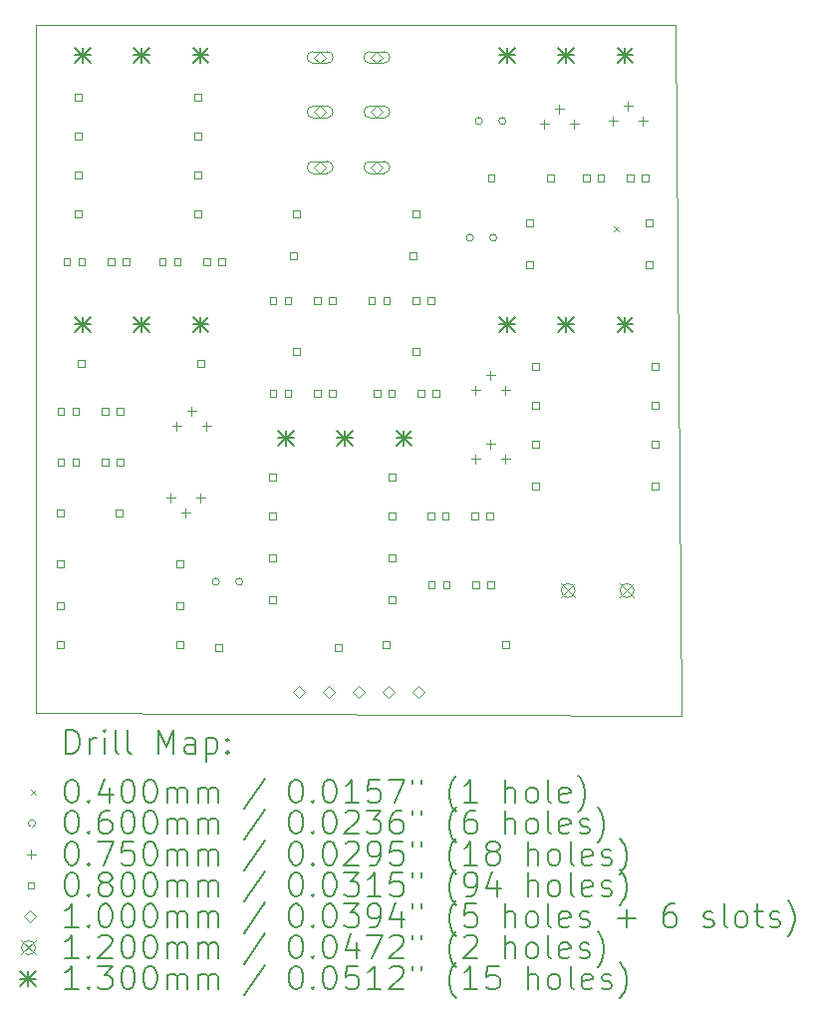
<source format=gbr>
%TF.GenerationSoftware,KiCad,Pcbnew,7.0.11+dfsg-1build4*%
%TF.CreationDate,2026-02-26T20:41:34-05:00*%
%TF.ProjectId,tweed57,74776565-6435-4372-9e6b-696361645f70,rev?*%
%TF.SameCoordinates,Original*%
%TF.FileFunction,Drillmap*%
%TF.FilePolarity,Positive*%
%FSLAX45Y45*%
G04 Gerber Fmt 4.5, Leading zero omitted, Abs format (unit mm)*
G04 Created by KiCad (PCBNEW 7.0.11+dfsg-1build4) date 2026-02-26 20:41:34*
%MOMM*%
%LPD*%
G01*
G04 APERTURE LIST*
%ADD10C,0.100000*%
%ADD11C,0.200000*%
%ADD12C,0.120000*%
%ADD13C,0.130000*%
G04 APERTURE END LIST*
D10*
X15494000Y-10871200D02*
X15468600Y-10871200D01*
X10007600Y-5003800D02*
X15417800Y-5003800D01*
X15468600Y-10871200D02*
X10007600Y-10845800D01*
X15417800Y-5003800D02*
X15443200Y-5003800D01*
X15443200Y-5003800D02*
X15494000Y-10871200D01*
X10007600Y-10845800D02*
X10007600Y-5003800D01*
D11*
D10*
X14915200Y-6711000D02*
X14955200Y-6751000D01*
X14955200Y-6711000D02*
X14915200Y-6751000D01*
X11564800Y-9728200D02*
G75*
G03*
X11504800Y-9728200I-30000J0D01*
G01*
X11504800Y-9728200D02*
G75*
G03*
X11564800Y-9728200I30000J0D01*
G01*
X11764800Y-9728200D02*
G75*
G03*
X11704800Y-9728200I-30000J0D01*
G01*
X11704800Y-9728200D02*
G75*
G03*
X11764800Y-9728200I30000J0D01*
G01*
X13723800Y-6807200D02*
G75*
G03*
X13663800Y-6807200I-30000J0D01*
G01*
X13663800Y-6807200D02*
G75*
G03*
X13723800Y-6807200I30000J0D01*
G01*
X13800000Y-5816600D02*
G75*
G03*
X13740000Y-5816600I-30000J0D01*
G01*
X13740000Y-5816600D02*
G75*
G03*
X13800000Y-5816600I30000J0D01*
G01*
X13923800Y-6807200D02*
G75*
G03*
X13863800Y-6807200I-30000J0D01*
G01*
X13863800Y-6807200D02*
G75*
G03*
X13923800Y-6807200I30000J0D01*
G01*
X14000000Y-5816600D02*
G75*
G03*
X13940000Y-5816600I-30000J0D01*
G01*
X13940000Y-5816600D02*
G75*
G03*
X14000000Y-5816600I30000J0D01*
G01*
X11150600Y-8979500D02*
X11150600Y-9054500D01*
X11113100Y-9017000D02*
X11188100Y-9017000D01*
X11201400Y-8369900D02*
X11201400Y-8444900D01*
X11163900Y-8407400D02*
X11238900Y-8407400D01*
X11277600Y-9106500D02*
X11277600Y-9181500D01*
X11240100Y-9144000D02*
X11315100Y-9144000D01*
X11328400Y-8242900D02*
X11328400Y-8317900D01*
X11290900Y-8280400D02*
X11365900Y-8280400D01*
X11404600Y-8979500D02*
X11404600Y-9054500D01*
X11367100Y-9017000D02*
X11442100Y-9017000D01*
X11455400Y-8369900D02*
X11455400Y-8444900D01*
X11417900Y-8407400D02*
X11492900Y-8407400D01*
X13741400Y-8065100D02*
X13741400Y-8140100D01*
X13703900Y-8102600D02*
X13778900Y-8102600D01*
X13741400Y-8649300D02*
X13741400Y-8724300D01*
X13703900Y-8686800D02*
X13778900Y-8686800D01*
X13868400Y-7938100D02*
X13868400Y-8013100D01*
X13830900Y-7975600D02*
X13905900Y-7975600D01*
X13868400Y-8522300D02*
X13868400Y-8597300D01*
X13830900Y-8559800D02*
X13905900Y-8559800D01*
X13995400Y-8065100D02*
X13995400Y-8140100D01*
X13957900Y-8102600D02*
X14032900Y-8102600D01*
X13995400Y-8649300D02*
X13995400Y-8724300D01*
X13957900Y-8686800D02*
X14032900Y-8686800D01*
X14325600Y-5804500D02*
X14325600Y-5879500D01*
X14288100Y-5842000D02*
X14363100Y-5842000D01*
X14452600Y-5677500D02*
X14452600Y-5752500D01*
X14415100Y-5715000D02*
X14490100Y-5715000D01*
X14579600Y-5804500D02*
X14579600Y-5879500D01*
X14542100Y-5842000D02*
X14617100Y-5842000D01*
X14909800Y-5779100D02*
X14909800Y-5854100D01*
X14872300Y-5816600D02*
X14947300Y-5816600D01*
X15036800Y-5652100D02*
X15036800Y-5727100D01*
X14999300Y-5689600D02*
X15074300Y-5689600D01*
X15163800Y-5779100D02*
X15163800Y-5854100D01*
X15126300Y-5816600D02*
X15201300Y-5816600D01*
X10239085Y-9172285D02*
X10239085Y-9115716D01*
X10182516Y-9115716D01*
X10182516Y-9172285D01*
X10239085Y-9172285D01*
X10239085Y-9604085D02*
X10239085Y-9547516D01*
X10182516Y-9547516D01*
X10182516Y-9604085D01*
X10239085Y-9604085D01*
X10239085Y-9959685D02*
X10239085Y-9903116D01*
X10182516Y-9903116D01*
X10182516Y-9959685D01*
X10239085Y-9959685D01*
X10239085Y-10289885D02*
X10239085Y-10233316D01*
X10182516Y-10233316D01*
X10182516Y-10289885D01*
X10239085Y-10289885D01*
X10247085Y-8308684D02*
X10247085Y-8252115D01*
X10190516Y-8252115D01*
X10190516Y-8308684D01*
X10247085Y-8308684D01*
X10247085Y-8740485D02*
X10247085Y-8683916D01*
X10190516Y-8683916D01*
X10190516Y-8740485D01*
X10247085Y-8740485D01*
X10297885Y-7038684D02*
X10297885Y-6982115D01*
X10241316Y-6982115D01*
X10241316Y-7038684D01*
X10297885Y-7038684D01*
X10372085Y-8308684D02*
X10372085Y-8252115D01*
X10315516Y-8252115D01*
X10315516Y-8308684D01*
X10372085Y-8308684D01*
X10372085Y-8740485D02*
X10372085Y-8683916D01*
X10315516Y-8683916D01*
X10315516Y-8740485D01*
X10372085Y-8740485D01*
X10391485Y-5641684D02*
X10391485Y-5585116D01*
X10334916Y-5585116D01*
X10334916Y-5641684D01*
X10391485Y-5641684D01*
X10391485Y-5971884D02*
X10391485Y-5915315D01*
X10334916Y-5915315D01*
X10334916Y-5971884D01*
X10391485Y-5971884D01*
X10391485Y-6302084D02*
X10391485Y-6245515D01*
X10334916Y-6245515D01*
X10334916Y-6302084D01*
X10391485Y-6302084D01*
X10391485Y-6632284D02*
X10391485Y-6575715D01*
X10334916Y-6575715D01*
X10334916Y-6632284D01*
X10391485Y-6632284D01*
X10416885Y-7902284D02*
X10416885Y-7845715D01*
X10360316Y-7845715D01*
X10360316Y-7902284D01*
X10416885Y-7902284D01*
X10422885Y-7038684D02*
X10422885Y-6982115D01*
X10366316Y-6982115D01*
X10366316Y-7038684D01*
X10422885Y-7038684D01*
X10622085Y-8308684D02*
X10622085Y-8252115D01*
X10565516Y-8252115D01*
X10565516Y-8308684D01*
X10622085Y-8308684D01*
X10622085Y-8740485D02*
X10622085Y-8683916D01*
X10565516Y-8683916D01*
X10565516Y-8740485D01*
X10622085Y-8740485D01*
X10672885Y-7038684D02*
X10672885Y-6982115D01*
X10616316Y-6982115D01*
X10616316Y-7038684D01*
X10672885Y-7038684D01*
X10739085Y-9172285D02*
X10739085Y-9115716D01*
X10682516Y-9115716D01*
X10682516Y-9172285D01*
X10739085Y-9172285D01*
X10747085Y-8308684D02*
X10747085Y-8252115D01*
X10690516Y-8252115D01*
X10690516Y-8308684D01*
X10747085Y-8308684D01*
X10747085Y-8740485D02*
X10747085Y-8683916D01*
X10690516Y-8683916D01*
X10690516Y-8740485D01*
X10747085Y-8740485D01*
X10797885Y-7038684D02*
X10797885Y-6982115D01*
X10741316Y-6982115D01*
X10741316Y-7038684D01*
X10797885Y-7038684D01*
X11110685Y-7038684D02*
X11110685Y-6982115D01*
X11054116Y-6982115D01*
X11054116Y-7038684D01*
X11110685Y-7038684D01*
X11235684Y-7038684D02*
X11235684Y-6982115D01*
X11179116Y-6982115D01*
X11179116Y-7038684D01*
X11235684Y-7038684D01*
X11255084Y-9604085D02*
X11255084Y-9547516D01*
X11198515Y-9547516D01*
X11198515Y-9604085D01*
X11255084Y-9604085D01*
X11255084Y-9959685D02*
X11255084Y-9903116D01*
X11198515Y-9903116D01*
X11198515Y-9959685D01*
X11255084Y-9959685D01*
X11255084Y-10289885D02*
X11255084Y-10233316D01*
X11198515Y-10233316D01*
X11198515Y-10289885D01*
X11255084Y-10289885D01*
X11407484Y-5641684D02*
X11407484Y-5585116D01*
X11350915Y-5585116D01*
X11350915Y-5641684D01*
X11407484Y-5641684D01*
X11407484Y-5971884D02*
X11407484Y-5915315D01*
X11350915Y-5915315D01*
X11350915Y-5971884D01*
X11407484Y-5971884D01*
X11407484Y-6302084D02*
X11407484Y-6245515D01*
X11350915Y-6245515D01*
X11350915Y-6302084D01*
X11407484Y-6302084D01*
X11407484Y-6632284D02*
X11407484Y-6575715D01*
X11350915Y-6575715D01*
X11350915Y-6632284D01*
X11407484Y-6632284D01*
X11432884Y-7902284D02*
X11432884Y-7845715D01*
X11376315Y-7845715D01*
X11376315Y-7902284D01*
X11432884Y-7902284D01*
X11485684Y-7038684D02*
X11485684Y-6982115D01*
X11429115Y-6982115D01*
X11429115Y-7038684D01*
X11485684Y-7038684D01*
X11585284Y-10315285D02*
X11585284Y-10258716D01*
X11528715Y-10258716D01*
X11528715Y-10315285D01*
X11585284Y-10315285D01*
X11610684Y-7038684D02*
X11610684Y-6982115D01*
X11554115Y-6982115D01*
X11554115Y-7038684D01*
X11610684Y-7038684D01*
X12042484Y-8867485D02*
X12042484Y-8810916D01*
X11985915Y-8810916D01*
X11985915Y-8867485D01*
X12042484Y-8867485D01*
X12042484Y-9197685D02*
X12042484Y-9141116D01*
X11985915Y-9141116D01*
X11985915Y-9197685D01*
X12042484Y-9197685D01*
X12042484Y-9553285D02*
X12042484Y-9496716D01*
X11985915Y-9496716D01*
X11985915Y-9553285D01*
X12042484Y-9553285D01*
X12042484Y-9908885D02*
X12042484Y-9852316D01*
X11985915Y-9852316D01*
X11985915Y-9908885D01*
X12042484Y-9908885D01*
X12050484Y-7368884D02*
X12050484Y-7312315D01*
X11993915Y-7312315D01*
X11993915Y-7368884D01*
X12050484Y-7368884D01*
X12050484Y-8156284D02*
X12050484Y-8099715D01*
X11993915Y-8099715D01*
X11993915Y-8156284D01*
X12050484Y-8156284D01*
X12175484Y-7368884D02*
X12175484Y-7312315D01*
X12118915Y-7312315D01*
X12118915Y-7368884D01*
X12175484Y-7368884D01*
X12175484Y-8156284D02*
X12175484Y-8099715D01*
X12118915Y-8099715D01*
X12118915Y-8156284D01*
X12175484Y-8156284D01*
X12220284Y-6987884D02*
X12220284Y-6931315D01*
X12163715Y-6931315D01*
X12163715Y-6987884D01*
X12220284Y-6987884D01*
X12245684Y-6632284D02*
X12245684Y-6575715D01*
X12189115Y-6575715D01*
X12189115Y-6632284D01*
X12245684Y-6632284D01*
X12245684Y-7800684D02*
X12245684Y-7744115D01*
X12189115Y-7744115D01*
X12189115Y-7800684D01*
X12245684Y-7800684D01*
X12425484Y-7368884D02*
X12425484Y-7312315D01*
X12368915Y-7312315D01*
X12368915Y-7368884D01*
X12425484Y-7368884D01*
X12425484Y-8156284D02*
X12425484Y-8099715D01*
X12368915Y-8099715D01*
X12368915Y-8156284D01*
X12425484Y-8156284D01*
X12550484Y-7368884D02*
X12550484Y-7312315D01*
X12493915Y-7312315D01*
X12493915Y-7368884D01*
X12550484Y-7368884D01*
X12550484Y-8156284D02*
X12550484Y-8099715D01*
X12493915Y-8099715D01*
X12493915Y-8156284D01*
X12550484Y-8156284D01*
X12601284Y-10315285D02*
X12601284Y-10258716D01*
X12544715Y-10258716D01*
X12544715Y-10315285D01*
X12601284Y-10315285D01*
X12888684Y-7368884D02*
X12888684Y-7312315D01*
X12832115Y-7312315D01*
X12832115Y-7368884D01*
X12888684Y-7368884D01*
X12931484Y-8156284D02*
X12931484Y-8099715D01*
X12874915Y-8099715D01*
X12874915Y-8156284D01*
X12931484Y-8156284D01*
X13007684Y-10289885D02*
X13007684Y-10233316D01*
X12951115Y-10233316D01*
X12951115Y-10289885D01*
X13007684Y-10289885D01*
X13013684Y-7368884D02*
X13013684Y-7312315D01*
X12957115Y-7312315D01*
X12957115Y-7368884D01*
X13013684Y-7368884D01*
X13056484Y-8156284D02*
X13056484Y-8099715D01*
X12999915Y-8099715D01*
X12999915Y-8156284D01*
X13056484Y-8156284D01*
X13058484Y-8867485D02*
X13058484Y-8810916D01*
X13001915Y-8810916D01*
X13001915Y-8867485D01*
X13058484Y-8867485D01*
X13058484Y-9197685D02*
X13058484Y-9141116D01*
X13001915Y-9141116D01*
X13001915Y-9197685D01*
X13058484Y-9197685D01*
X13058484Y-9553285D02*
X13058484Y-9496716D01*
X13001915Y-9496716D01*
X13001915Y-9553285D01*
X13058484Y-9553285D01*
X13058484Y-9908885D02*
X13058484Y-9852316D01*
X13001915Y-9852316D01*
X13001915Y-9908885D01*
X13058484Y-9908885D01*
X13236284Y-6987884D02*
X13236284Y-6931315D01*
X13179715Y-6931315D01*
X13179715Y-6987884D01*
X13236284Y-6987884D01*
X13261684Y-6632284D02*
X13261684Y-6575715D01*
X13205115Y-6575715D01*
X13205115Y-6632284D01*
X13261684Y-6632284D01*
X13261684Y-7800684D02*
X13261684Y-7744115D01*
X13205115Y-7744115D01*
X13205115Y-7800684D01*
X13261684Y-7800684D01*
X13263684Y-7368884D02*
X13263684Y-7312315D01*
X13207115Y-7312315D01*
X13207115Y-7368884D01*
X13263684Y-7368884D01*
X13306484Y-8156284D02*
X13306484Y-8099715D01*
X13249915Y-8099715D01*
X13249915Y-8156284D01*
X13306484Y-8156284D01*
X13388684Y-7368884D02*
X13388684Y-7312315D01*
X13332115Y-7312315D01*
X13332115Y-7368884D01*
X13388684Y-7368884D01*
X13388684Y-9197685D02*
X13388684Y-9141116D01*
X13332115Y-9141116D01*
X13332115Y-9197685D01*
X13388684Y-9197685D01*
X13396684Y-9781885D02*
X13396684Y-9725316D01*
X13340115Y-9725316D01*
X13340115Y-9781885D01*
X13396684Y-9781885D01*
X13431484Y-8156284D02*
X13431484Y-8099715D01*
X13374915Y-8099715D01*
X13374915Y-8156284D01*
X13431484Y-8156284D01*
X13513684Y-9197685D02*
X13513684Y-9141116D01*
X13457115Y-9141116D01*
X13457115Y-9197685D01*
X13513684Y-9197685D01*
X13521684Y-9781885D02*
X13521684Y-9725316D01*
X13465115Y-9725316D01*
X13465115Y-9781885D01*
X13521684Y-9781885D01*
X13763684Y-9197685D02*
X13763684Y-9141116D01*
X13707115Y-9141116D01*
X13707115Y-9197685D01*
X13763684Y-9197685D01*
X13771684Y-9781885D02*
X13771684Y-9725316D01*
X13715115Y-9725316D01*
X13715115Y-9781885D01*
X13771684Y-9781885D01*
X13888684Y-9197685D02*
X13888684Y-9141116D01*
X13832115Y-9141116D01*
X13832115Y-9197685D01*
X13888684Y-9197685D01*
X13896684Y-9781885D02*
X13896684Y-9725316D01*
X13840115Y-9725316D01*
X13840115Y-9781885D01*
X13896684Y-9781885D01*
X13904684Y-6327484D02*
X13904684Y-6270915D01*
X13848115Y-6270915D01*
X13848115Y-6327484D01*
X13904684Y-6327484D01*
X14023684Y-10289885D02*
X14023684Y-10233316D01*
X13967115Y-10233316D01*
X13967115Y-10289885D01*
X14023684Y-10289885D01*
X14226884Y-6708484D02*
X14226884Y-6651915D01*
X14170315Y-6651915D01*
X14170315Y-6708484D01*
X14226884Y-6708484D01*
X14226884Y-7064084D02*
X14226884Y-7007515D01*
X14170315Y-7007515D01*
X14170315Y-7064084D01*
X14226884Y-7064084D01*
X14277684Y-7927684D02*
X14277684Y-7871115D01*
X14221115Y-7871115D01*
X14221115Y-7927684D01*
X14277684Y-7927684D01*
X14277684Y-8257884D02*
X14277684Y-8201315D01*
X14221115Y-8201315D01*
X14221115Y-8257884D01*
X14277684Y-8257884D01*
X14277684Y-8588085D02*
X14277684Y-8531516D01*
X14221115Y-8531516D01*
X14221115Y-8588085D01*
X14277684Y-8588085D01*
X14277684Y-8943685D02*
X14277684Y-8887116D01*
X14221115Y-8887116D01*
X14221115Y-8943685D01*
X14277684Y-8943685D01*
X14404684Y-6327484D02*
X14404684Y-6270915D01*
X14348115Y-6270915D01*
X14348115Y-6327484D01*
X14404684Y-6327484D01*
X14709484Y-6327484D02*
X14709484Y-6270915D01*
X14652915Y-6270915D01*
X14652915Y-6327484D01*
X14709484Y-6327484D01*
X14834484Y-6327484D02*
X14834484Y-6270915D01*
X14777915Y-6270915D01*
X14777915Y-6327484D01*
X14834484Y-6327484D01*
X15084484Y-6327484D02*
X15084484Y-6270915D01*
X15027915Y-6270915D01*
X15027915Y-6327484D01*
X15084484Y-6327484D01*
X15209484Y-6327484D02*
X15209484Y-6270915D01*
X15152915Y-6270915D01*
X15152915Y-6327484D01*
X15209484Y-6327484D01*
X15242884Y-6708484D02*
X15242884Y-6651915D01*
X15186315Y-6651915D01*
X15186315Y-6708484D01*
X15242884Y-6708484D01*
X15242884Y-7064084D02*
X15242884Y-7007515D01*
X15186315Y-7007515D01*
X15186315Y-7064084D01*
X15242884Y-7064084D01*
X15293684Y-7927684D02*
X15293684Y-7871115D01*
X15237115Y-7871115D01*
X15237115Y-7927684D01*
X15293684Y-7927684D01*
X15293684Y-8257884D02*
X15293684Y-8201315D01*
X15237115Y-8201315D01*
X15237115Y-8257884D01*
X15293684Y-8257884D01*
X15293684Y-8588085D02*
X15293684Y-8531516D01*
X15237115Y-8531516D01*
X15237115Y-8588085D01*
X15293684Y-8588085D01*
X15293684Y-8943685D02*
X15293684Y-8887116D01*
X15237115Y-8887116D01*
X15237115Y-8943685D01*
X15293684Y-8943685D01*
X12242800Y-10718000D02*
X12292800Y-10668000D01*
X12242800Y-10618000D01*
X12192800Y-10668000D01*
X12242800Y-10718000D01*
X12420600Y-5326850D02*
X12470600Y-5276850D01*
X12420600Y-5226850D01*
X12370600Y-5276850D01*
X12420600Y-5326850D01*
X12360600Y-5326850D02*
X12480600Y-5326850D01*
X12480600Y-5326850D02*
G75*
G03*
X12480600Y-5226850I0J50000D01*
G01*
X12480600Y-5226850D02*
X12360600Y-5226850D01*
X12360600Y-5226850D02*
G75*
G03*
X12360600Y-5326850I0J-50000D01*
G01*
X12420600Y-5790400D02*
X12470600Y-5740400D01*
X12420600Y-5690400D01*
X12370600Y-5740400D01*
X12420600Y-5790400D01*
X12360600Y-5790400D02*
X12480600Y-5790400D01*
X12480600Y-5790400D02*
G75*
G03*
X12480600Y-5690400I0J50000D01*
G01*
X12480600Y-5690400D02*
X12360600Y-5690400D01*
X12360600Y-5690400D02*
G75*
G03*
X12360600Y-5790400I0J-50000D01*
G01*
X12420600Y-6260300D02*
X12470600Y-6210300D01*
X12420600Y-6160300D01*
X12370600Y-6210300D01*
X12420600Y-6260300D01*
X12360600Y-6260300D02*
X12480600Y-6260300D01*
X12480600Y-6260300D02*
G75*
G03*
X12480600Y-6160300I0J50000D01*
G01*
X12480600Y-6160300D02*
X12360600Y-6160300D01*
X12360600Y-6160300D02*
G75*
G03*
X12360600Y-6260300I0J-50000D01*
G01*
X12496800Y-10718000D02*
X12546800Y-10668000D01*
X12496800Y-10618000D01*
X12446800Y-10668000D01*
X12496800Y-10718000D01*
X12750800Y-10718000D02*
X12800800Y-10668000D01*
X12750800Y-10618000D01*
X12700800Y-10668000D01*
X12750800Y-10718000D01*
X12903200Y-5326850D02*
X12953200Y-5276850D01*
X12903200Y-5226850D01*
X12853200Y-5276850D01*
X12903200Y-5326850D01*
X12843200Y-5326850D02*
X12963200Y-5326850D01*
X12963200Y-5326850D02*
G75*
G03*
X12963200Y-5226850I0J50000D01*
G01*
X12963200Y-5226850D02*
X12843200Y-5226850D01*
X12843200Y-5226850D02*
G75*
G03*
X12843200Y-5326850I0J-50000D01*
G01*
X12903200Y-5790400D02*
X12953200Y-5740400D01*
X12903200Y-5690400D01*
X12853200Y-5740400D01*
X12903200Y-5790400D01*
X12843200Y-5790400D02*
X12963200Y-5790400D01*
X12963200Y-5790400D02*
G75*
G03*
X12963200Y-5690400I0J50000D01*
G01*
X12963200Y-5690400D02*
X12843200Y-5690400D01*
X12843200Y-5690400D02*
G75*
G03*
X12843200Y-5790400I0J-50000D01*
G01*
X12903200Y-6260300D02*
X12953200Y-6210300D01*
X12903200Y-6160300D01*
X12853200Y-6210300D01*
X12903200Y-6260300D01*
X12843200Y-6260300D02*
X12963200Y-6260300D01*
X12963200Y-6260300D02*
G75*
G03*
X12963200Y-6160300I0J50000D01*
G01*
X12963200Y-6160300D02*
X12843200Y-6160300D01*
X12843200Y-6160300D02*
G75*
G03*
X12843200Y-6260300I0J-50000D01*
G01*
X13004800Y-10718000D02*
X13054800Y-10668000D01*
X13004800Y-10618000D01*
X12954800Y-10668000D01*
X13004800Y-10718000D01*
X13258800Y-10718000D02*
X13308800Y-10668000D01*
X13258800Y-10618000D01*
X13208800Y-10668000D01*
X13258800Y-10718000D01*
D12*
X14468800Y-9744400D02*
X14588800Y-9864400D01*
X14588800Y-9744400D02*
X14468800Y-9864400D01*
X14588800Y-9804400D02*
G75*
G03*
X14468800Y-9804400I-60000J0D01*
G01*
X14468800Y-9804400D02*
G75*
G03*
X14588800Y-9804400I60000J0D01*
G01*
X14968800Y-9744400D02*
X15088800Y-9864400D01*
X15088800Y-9744400D02*
X14968800Y-9864400D01*
X15088800Y-9804400D02*
G75*
G03*
X14968800Y-9804400I-60000J0D01*
G01*
X14968800Y-9804400D02*
G75*
G03*
X15088800Y-9804400I60000J0D01*
G01*
D13*
X10339600Y-5192800D02*
X10469600Y-5322800D01*
X10469600Y-5192800D02*
X10339600Y-5322800D01*
X10404600Y-5192800D02*
X10404600Y-5322800D01*
X10339600Y-5257800D02*
X10469600Y-5257800D01*
X10339600Y-7478800D02*
X10469600Y-7608800D01*
X10469600Y-7478800D02*
X10339600Y-7608800D01*
X10404600Y-7478800D02*
X10404600Y-7608800D01*
X10339600Y-7543800D02*
X10469600Y-7543800D01*
X10839600Y-5192800D02*
X10969600Y-5322800D01*
X10969600Y-5192800D02*
X10839600Y-5322800D01*
X10904600Y-5192800D02*
X10904600Y-5322800D01*
X10839600Y-5257800D02*
X10969600Y-5257800D01*
X10839600Y-7478800D02*
X10969600Y-7608800D01*
X10969600Y-7478800D02*
X10839600Y-7608800D01*
X10904600Y-7478800D02*
X10904600Y-7608800D01*
X10839600Y-7543800D02*
X10969600Y-7543800D01*
X11339600Y-5192800D02*
X11469600Y-5322800D01*
X11469600Y-5192800D02*
X11339600Y-5322800D01*
X11404600Y-5192800D02*
X11404600Y-5322800D01*
X11339600Y-5257800D02*
X11469600Y-5257800D01*
X11339600Y-7478800D02*
X11469600Y-7608800D01*
X11469600Y-7478800D02*
X11339600Y-7608800D01*
X11404600Y-7478800D02*
X11404600Y-7608800D01*
X11339600Y-7543800D02*
X11469600Y-7543800D01*
X12066800Y-8444000D02*
X12196800Y-8574000D01*
X12196800Y-8444000D02*
X12066800Y-8574000D01*
X12131800Y-8444000D02*
X12131800Y-8574000D01*
X12066800Y-8509000D02*
X12196800Y-8509000D01*
X12566800Y-8444000D02*
X12696800Y-8574000D01*
X12696800Y-8444000D02*
X12566800Y-8574000D01*
X12631800Y-8444000D02*
X12631800Y-8574000D01*
X12566800Y-8509000D02*
X12696800Y-8509000D01*
X13066800Y-8444000D02*
X13196800Y-8574000D01*
X13196800Y-8444000D02*
X13066800Y-8574000D01*
X13131800Y-8444000D02*
X13131800Y-8574000D01*
X13066800Y-8509000D02*
X13196800Y-8509000D01*
X13946400Y-5192800D02*
X14076400Y-5322800D01*
X14076400Y-5192800D02*
X13946400Y-5322800D01*
X14011400Y-5192800D02*
X14011400Y-5322800D01*
X13946400Y-5257800D02*
X14076400Y-5257800D01*
X13946400Y-7478800D02*
X14076400Y-7608800D01*
X14076400Y-7478800D02*
X13946400Y-7608800D01*
X14011400Y-7478800D02*
X14011400Y-7608800D01*
X13946400Y-7543800D02*
X14076400Y-7543800D01*
X14446400Y-5192800D02*
X14576400Y-5322800D01*
X14576400Y-5192800D02*
X14446400Y-5322800D01*
X14511400Y-5192800D02*
X14511400Y-5322800D01*
X14446400Y-5257800D02*
X14576400Y-5257800D01*
X14446400Y-7478800D02*
X14576400Y-7608800D01*
X14576400Y-7478800D02*
X14446400Y-7608800D01*
X14511400Y-7478800D02*
X14511400Y-7608800D01*
X14446400Y-7543800D02*
X14576400Y-7543800D01*
X14946400Y-5192800D02*
X15076400Y-5322800D01*
X15076400Y-5192800D02*
X14946400Y-5322800D01*
X15011400Y-5192800D02*
X15011400Y-5322800D01*
X14946400Y-5257800D02*
X15076400Y-5257800D01*
X14946400Y-7478800D02*
X15076400Y-7608800D01*
X15076400Y-7478800D02*
X14946400Y-7608800D01*
X15011400Y-7478800D02*
X15011400Y-7608800D01*
X14946400Y-7543800D02*
X15076400Y-7543800D01*
D11*
X10263377Y-11187684D02*
X10263377Y-10987684D01*
X10263377Y-10987684D02*
X10310996Y-10987684D01*
X10310996Y-10987684D02*
X10339567Y-10997208D01*
X10339567Y-10997208D02*
X10358615Y-11016255D01*
X10358615Y-11016255D02*
X10368139Y-11035303D01*
X10368139Y-11035303D02*
X10377663Y-11073398D01*
X10377663Y-11073398D02*
X10377663Y-11101970D01*
X10377663Y-11101970D02*
X10368139Y-11140065D01*
X10368139Y-11140065D02*
X10358615Y-11159112D01*
X10358615Y-11159112D02*
X10339567Y-11178160D01*
X10339567Y-11178160D02*
X10310996Y-11187684D01*
X10310996Y-11187684D02*
X10263377Y-11187684D01*
X10463377Y-11187684D02*
X10463377Y-11054350D01*
X10463377Y-11092446D02*
X10472901Y-11073398D01*
X10472901Y-11073398D02*
X10482424Y-11063874D01*
X10482424Y-11063874D02*
X10501472Y-11054350D01*
X10501472Y-11054350D02*
X10520520Y-11054350D01*
X10587186Y-11187684D02*
X10587186Y-11054350D01*
X10587186Y-10987684D02*
X10577663Y-10997208D01*
X10577663Y-10997208D02*
X10587186Y-11006731D01*
X10587186Y-11006731D02*
X10596710Y-10997208D01*
X10596710Y-10997208D02*
X10587186Y-10987684D01*
X10587186Y-10987684D02*
X10587186Y-11006731D01*
X10710996Y-11187684D02*
X10691948Y-11178160D01*
X10691948Y-11178160D02*
X10682424Y-11159112D01*
X10682424Y-11159112D02*
X10682424Y-10987684D01*
X10815758Y-11187684D02*
X10796710Y-11178160D01*
X10796710Y-11178160D02*
X10787186Y-11159112D01*
X10787186Y-11159112D02*
X10787186Y-10987684D01*
X11044329Y-11187684D02*
X11044329Y-10987684D01*
X11044329Y-10987684D02*
X11110996Y-11130541D01*
X11110996Y-11130541D02*
X11177663Y-10987684D01*
X11177663Y-10987684D02*
X11177663Y-11187684D01*
X11358615Y-11187684D02*
X11358615Y-11082922D01*
X11358615Y-11082922D02*
X11349091Y-11063874D01*
X11349091Y-11063874D02*
X11330043Y-11054350D01*
X11330043Y-11054350D02*
X11291948Y-11054350D01*
X11291948Y-11054350D02*
X11272901Y-11063874D01*
X11358615Y-11178160D02*
X11339567Y-11187684D01*
X11339567Y-11187684D02*
X11291948Y-11187684D01*
X11291948Y-11187684D02*
X11272901Y-11178160D01*
X11272901Y-11178160D02*
X11263377Y-11159112D01*
X11263377Y-11159112D02*
X11263377Y-11140065D01*
X11263377Y-11140065D02*
X11272901Y-11121017D01*
X11272901Y-11121017D02*
X11291948Y-11111493D01*
X11291948Y-11111493D02*
X11339567Y-11111493D01*
X11339567Y-11111493D02*
X11358615Y-11101970D01*
X11453853Y-11054350D02*
X11453853Y-11254350D01*
X11453853Y-11063874D02*
X11472901Y-11054350D01*
X11472901Y-11054350D02*
X11510996Y-11054350D01*
X11510996Y-11054350D02*
X11530043Y-11063874D01*
X11530043Y-11063874D02*
X11539567Y-11073398D01*
X11539567Y-11073398D02*
X11549091Y-11092446D01*
X11549091Y-11092446D02*
X11549091Y-11149589D01*
X11549091Y-11149589D02*
X11539567Y-11168636D01*
X11539567Y-11168636D02*
X11530043Y-11178160D01*
X11530043Y-11178160D02*
X11510996Y-11187684D01*
X11510996Y-11187684D02*
X11472901Y-11187684D01*
X11472901Y-11187684D02*
X11453853Y-11178160D01*
X11634805Y-11168636D02*
X11644329Y-11178160D01*
X11644329Y-11178160D02*
X11634805Y-11187684D01*
X11634805Y-11187684D02*
X11625282Y-11178160D01*
X11625282Y-11178160D02*
X11634805Y-11168636D01*
X11634805Y-11168636D02*
X11634805Y-11187684D01*
X11634805Y-11063874D02*
X11644329Y-11073398D01*
X11644329Y-11073398D02*
X11634805Y-11082922D01*
X11634805Y-11082922D02*
X11625282Y-11073398D01*
X11625282Y-11073398D02*
X11634805Y-11063874D01*
X11634805Y-11063874D02*
X11634805Y-11082922D01*
D10*
X9962600Y-11496200D02*
X10002600Y-11536200D01*
X10002600Y-11496200D02*
X9962600Y-11536200D01*
D11*
X10301472Y-11407684D02*
X10320520Y-11407684D01*
X10320520Y-11407684D02*
X10339567Y-11417208D01*
X10339567Y-11417208D02*
X10349091Y-11426731D01*
X10349091Y-11426731D02*
X10358615Y-11445779D01*
X10358615Y-11445779D02*
X10368139Y-11483874D01*
X10368139Y-11483874D02*
X10368139Y-11531493D01*
X10368139Y-11531493D02*
X10358615Y-11569588D01*
X10358615Y-11569588D02*
X10349091Y-11588636D01*
X10349091Y-11588636D02*
X10339567Y-11598160D01*
X10339567Y-11598160D02*
X10320520Y-11607684D01*
X10320520Y-11607684D02*
X10301472Y-11607684D01*
X10301472Y-11607684D02*
X10282424Y-11598160D01*
X10282424Y-11598160D02*
X10272901Y-11588636D01*
X10272901Y-11588636D02*
X10263377Y-11569588D01*
X10263377Y-11569588D02*
X10253853Y-11531493D01*
X10253853Y-11531493D02*
X10253853Y-11483874D01*
X10253853Y-11483874D02*
X10263377Y-11445779D01*
X10263377Y-11445779D02*
X10272901Y-11426731D01*
X10272901Y-11426731D02*
X10282424Y-11417208D01*
X10282424Y-11417208D02*
X10301472Y-11407684D01*
X10453853Y-11588636D02*
X10463377Y-11598160D01*
X10463377Y-11598160D02*
X10453853Y-11607684D01*
X10453853Y-11607684D02*
X10444329Y-11598160D01*
X10444329Y-11598160D02*
X10453853Y-11588636D01*
X10453853Y-11588636D02*
X10453853Y-11607684D01*
X10634805Y-11474350D02*
X10634805Y-11607684D01*
X10587186Y-11398160D02*
X10539567Y-11541017D01*
X10539567Y-11541017D02*
X10663377Y-11541017D01*
X10777663Y-11407684D02*
X10796710Y-11407684D01*
X10796710Y-11407684D02*
X10815758Y-11417208D01*
X10815758Y-11417208D02*
X10825282Y-11426731D01*
X10825282Y-11426731D02*
X10834805Y-11445779D01*
X10834805Y-11445779D02*
X10844329Y-11483874D01*
X10844329Y-11483874D02*
X10844329Y-11531493D01*
X10844329Y-11531493D02*
X10834805Y-11569588D01*
X10834805Y-11569588D02*
X10825282Y-11588636D01*
X10825282Y-11588636D02*
X10815758Y-11598160D01*
X10815758Y-11598160D02*
X10796710Y-11607684D01*
X10796710Y-11607684D02*
X10777663Y-11607684D01*
X10777663Y-11607684D02*
X10758615Y-11598160D01*
X10758615Y-11598160D02*
X10749091Y-11588636D01*
X10749091Y-11588636D02*
X10739567Y-11569588D01*
X10739567Y-11569588D02*
X10730044Y-11531493D01*
X10730044Y-11531493D02*
X10730044Y-11483874D01*
X10730044Y-11483874D02*
X10739567Y-11445779D01*
X10739567Y-11445779D02*
X10749091Y-11426731D01*
X10749091Y-11426731D02*
X10758615Y-11417208D01*
X10758615Y-11417208D02*
X10777663Y-11407684D01*
X10968139Y-11407684D02*
X10987186Y-11407684D01*
X10987186Y-11407684D02*
X11006234Y-11417208D01*
X11006234Y-11417208D02*
X11015758Y-11426731D01*
X11015758Y-11426731D02*
X11025282Y-11445779D01*
X11025282Y-11445779D02*
X11034805Y-11483874D01*
X11034805Y-11483874D02*
X11034805Y-11531493D01*
X11034805Y-11531493D02*
X11025282Y-11569588D01*
X11025282Y-11569588D02*
X11015758Y-11588636D01*
X11015758Y-11588636D02*
X11006234Y-11598160D01*
X11006234Y-11598160D02*
X10987186Y-11607684D01*
X10987186Y-11607684D02*
X10968139Y-11607684D01*
X10968139Y-11607684D02*
X10949091Y-11598160D01*
X10949091Y-11598160D02*
X10939567Y-11588636D01*
X10939567Y-11588636D02*
X10930044Y-11569588D01*
X10930044Y-11569588D02*
X10920520Y-11531493D01*
X10920520Y-11531493D02*
X10920520Y-11483874D01*
X10920520Y-11483874D02*
X10930044Y-11445779D01*
X10930044Y-11445779D02*
X10939567Y-11426731D01*
X10939567Y-11426731D02*
X10949091Y-11417208D01*
X10949091Y-11417208D02*
X10968139Y-11407684D01*
X11120520Y-11607684D02*
X11120520Y-11474350D01*
X11120520Y-11493398D02*
X11130044Y-11483874D01*
X11130044Y-11483874D02*
X11149091Y-11474350D01*
X11149091Y-11474350D02*
X11177663Y-11474350D01*
X11177663Y-11474350D02*
X11196710Y-11483874D01*
X11196710Y-11483874D02*
X11206234Y-11502922D01*
X11206234Y-11502922D02*
X11206234Y-11607684D01*
X11206234Y-11502922D02*
X11215758Y-11483874D01*
X11215758Y-11483874D02*
X11234805Y-11474350D01*
X11234805Y-11474350D02*
X11263377Y-11474350D01*
X11263377Y-11474350D02*
X11282424Y-11483874D01*
X11282424Y-11483874D02*
X11291948Y-11502922D01*
X11291948Y-11502922D02*
X11291948Y-11607684D01*
X11387186Y-11607684D02*
X11387186Y-11474350D01*
X11387186Y-11493398D02*
X11396710Y-11483874D01*
X11396710Y-11483874D02*
X11415758Y-11474350D01*
X11415758Y-11474350D02*
X11444329Y-11474350D01*
X11444329Y-11474350D02*
X11463377Y-11483874D01*
X11463377Y-11483874D02*
X11472901Y-11502922D01*
X11472901Y-11502922D02*
X11472901Y-11607684D01*
X11472901Y-11502922D02*
X11482424Y-11483874D01*
X11482424Y-11483874D02*
X11501472Y-11474350D01*
X11501472Y-11474350D02*
X11530043Y-11474350D01*
X11530043Y-11474350D02*
X11549091Y-11483874D01*
X11549091Y-11483874D02*
X11558615Y-11502922D01*
X11558615Y-11502922D02*
X11558615Y-11607684D01*
X11949091Y-11398160D02*
X11777663Y-11655303D01*
X12206234Y-11407684D02*
X12225282Y-11407684D01*
X12225282Y-11407684D02*
X12244329Y-11417208D01*
X12244329Y-11417208D02*
X12253853Y-11426731D01*
X12253853Y-11426731D02*
X12263377Y-11445779D01*
X12263377Y-11445779D02*
X12272901Y-11483874D01*
X12272901Y-11483874D02*
X12272901Y-11531493D01*
X12272901Y-11531493D02*
X12263377Y-11569588D01*
X12263377Y-11569588D02*
X12253853Y-11588636D01*
X12253853Y-11588636D02*
X12244329Y-11598160D01*
X12244329Y-11598160D02*
X12225282Y-11607684D01*
X12225282Y-11607684D02*
X12206234Y-11607684D01*
X12206234Y-11607684D02*
X12187186Y-11598160D01*
X12187186Y-11598160D02*
X12177663Y-11588636D01*
X12177663Y-11588636D02*
X12168139Y-11569588D01*
X12168139Y-11569588D02*
X12158615Y-11531493D01*
X12158615Y-11531493D02*
X12158615Y-11483874D01*
X12158615Y-11483874D02*
X12168139Y-11445779D01*
X12168139Y-11445779D02*
X12177663Y-11426731D01*
X12177663Y-11426731D02*
X12187186Y-11417208D01*
X12187186Y-11417208D02*
X12206234Y-11407684D01*
X12358615Y-11588636D02*
X12368139Y-11598160D01*
X12368139Y-11598160D02*
X12358615Y-11607684D01*
X12358615Y-11607684D02*
X12349091Y-11598160D01*
X12349091Y-11598160D02*
X12358615Y-11588636D01*
X12358615Y-11588636D02*
X12358615Y-11607684D01*
X12491948Y-11407684D02*
X12510996Y-11407684D01*
X12510996Y-11407684D02*
X12530044Y-11417208D01*
X12530044Y-11417208D02*
X12539567Y-11426731D01*
X12539567Y-11426731D02*
X12549091Y-11445779D01*
X12549091Y-11445779D02*
X12558615Y-11483874D01*
X12558615Y-11483874D02*
X12558615Y-11531493D01*
X12558615Y-11531493D02*
X12549091Y-11569588D01*
X12549091Y-11569588D02*
X12539567Y-11588636D01*
X12539567Y-11588636D02*
X12530044Y-11598160D01*
X12530044Y-11598160D02*
X12510996Y-11607684D01*
X12510996Y-11607684D02*
X12491948Y-11607684D01*
X12491948Y-11607684D02*
X12472901Y-11598160D01*
X12472901Y-11598160D02*
X12463377Y-11588636D01*
X12463377Y-11588636D02*
X12453853Y-11569588D01*
X12453853Y-11569588D02*
X12444329Y-11531493D01*
X12444329Y-11531493D02*
X12444329Y-11483874D01*
X12444329Y-11483874D02*
X12453853Y-11445779D01*
X12453853Y-11445779D02*
X12463377Y-11426731D01*
X12463377Y-11426731D02*
X12472901Y-11417208D01*
X12472901Y-11417208D02*
X12491948Y-11407684D01*
X12749091Y-11607684D02*
X12634806Y-11607684D01*
X12691948Y-11607684D02*
X12691948Y-11407684D01*
X12691948Y-11407684D02*
X12672901Y-11436255D01*
X12672901Y-11436255D02*
X12653853Y-11455303D01*
X12653853Y-11455303D02*
X12634806Y-11464827D01*
X12930044Y-11407684D02*
X12834806Y-11407684D01*
X12834806Y-11407684D02*
X12825282Y-11502922D01*
X12825282Y-11502922D02*
X12834806Y-11493398D01*
X12834806Y-11493398D02*
X12853853Y-11483874D01*
X12853853Y-11483874D02*
X12901472Y-11483874D01*
X12901472Y-11483874D02*
X12920520Y-11493398D01*
X12920520Y-11493398D02*
X12930044Y-11502922D01*
X12930044Y-11502922D02*
X12939567Y-11521969D01*
X12939567Y-11521969D02*
X12939567Y-11569588D01*
X12939567Y-11569588D02*
X12930044Y-11588636D01*
X12930044Y-11588636D02*
X12920520Y-11598160D01*
X12920520Y-11598160D02*
X12901472Y-11607684D01*
X12901472Y-11607684D02*
X12853853Y-11607684D01*
X12853853Y-11607684D02*
X12834806Y-11598160D01*
X12834806Y-11598160D02*
X12825282Y-11588636D01*
X13006234Y-11407684D02*
X13139567Y-11407684D01*
X13139567Y-11407684D02*
X13053853Y-11607684D01*
X13206234Y-11407684D02*
X13206234Y-11445779D01*
X13282425Y-11407684D02*
X13282425Y-11445779D01*
X13577663Y-11683874D02*
X13568139Y-11674350D01*
X13568139Y-11674350D02*
X13549091Y-11645779D01*
X13549091Y-11645779D02*
X13539568Y-11626731D01*
X13539568Y-11626731D02*
X13530044Y-11598160D01*
X13530044Y-11598160D02*
X13520520Y-11550541D01*
X13520520Y-11550541D02*
X13520520Y-11512446D01*
X13520520Y-11512446D02*
X13530044Y-11464827D01*
X13530044Y-11464827D02*
X13539568Y-11436255D01*
X13539568Y-11436255D02*
X13549091Y-11417208D01*
X13549091Y-11417208D02*
X13568139Y-11388636D01*
X13568139Y-11388636D02*
X13577663Y-11379112D01*
X13758615Y-11607684D02*
X13644329Y-11607684D01*
X13701472Y-11607684D02*
X13701472Y-11407684D01*
X13701472Y-11407684D02*
X13682425Y-11436255D01*
X13682425Y-11436255D02*
X13663377Y-11455303D01*
X13663377Y-11455303D02*
X13644329Y-11464827D01*
X13996710Y-11607684D02*
X13996710Y-11407684D01*
X14082425Y-11607684D02*
X14082425Y-11502922D01*
X14082425Y-11502922D02*
X14072901Y-11483874D01*
X14072901Y-11483874D02*
X14053853Y-11474350D01*
X14053853Y-11474350D02*
X14025282Y-11474350D01*
X14025282Y-11474350D02*
X14006234Y-11483874D01*
X14006234Y-11483874D02*
X13996710Y-11493398D01*
X14206234Y-11607684D02*
X14187187Y-11598160D01*
X14187187Y-11598160D02*
X14177663Y-11588636D01*
X14177663Y-11588636D02*
X14168139Y-11569588D01*
X14168139Y-11569588D02*
X14168139Y-11512446D01*
X14168139Y-11512446D02*
X14177663Y-11493398D01*
X14177663Y-11493398D02*
X14187187Y-11483874D01*
X14187187Y-11483874D02*
X14206234Y-11474350D01*
X14206234Y-11474350D02*
X14234806Y-11474350D01*
X14234806Y-11474350D02*
X14253853Y-11483874D01*
X14253853Y-11483874D02*
X14263377Y-11493398D01*
X14263377Y-11493398D02*
X14272901Y-11512446D01*
X14272901Y-11512446D02*
X14272901Y-11569588D01*
X14272901Y-11569588D02*
X14263377Y-11588636D01*
X14263377Y-11588636D02*
X14253853Y-11598160D01*
X14253853Y-11598160D02*
X14234806Y-11607684D01*
X14234806Y-11607684D02*
X14206234Y-11607684D01*
X14387187Y-11607684D02*
X14368139Y-11598160D01*
X14368139Y-11598160D02*
X14358615Y-11579112D01*
X14358615Y-11579112D02*
X14358615Y-11407684D01*
X14539568Y-11598160D02*
X14520520Y-11607684D01*
X14520520Y-11607684D02*
X14482425Y-11607684D01*
X14482425Y-11607684D02*
X14463377Y-11598160D01*
X14463377Y-11598160D02*
X14453853Y-11579112D01*
X14453853Y-11579112D02*
X14453853Y-11502922D01*
X14453853Y-11502922D02*
X14463377Y-11483874D01*
X14463377Y-11483874D02*
X14482425Y-11474350D01*
X14482425Y-11474350D02*
X14520520Y-11474350D01*
X14520520Y-11474350D02*
X14539568Y-11483874D01*
X14539568Y-11483874D02*
X14549091Y-11502922D01*
X14549091Y-11502922D02*
X14549091Y-11521969D01*
X14549091Y-11521969D02*
X14453853Y-11541017D01*
X14615758Y-11683874D02*
X14625282Y-11674350D01*
X14625282Y-11674350D02*
X14644330Y-11645779D01*
X14644330Y-11645779D02*
X14653853Y-11626731D01*
X14653853Y-11626731D02*
X14663377Y-11598160D01*
X14663377Y-11598160D02*
X14672901Y-11550541D01*
X14672901Y-11550541D02*
X14672901Y-11512446D01*
X14672901Y-11512446D02*
X14663377Y-11464827D01*
X14663377Y-11464827D02*
X14653853Y-11436255D01*
X14653853Y-11436255D02*
X14644330Y-11417208D01*
X14644330Y-11417208D02*
X14625282Y-11388636D01*
X14625282Y-11388636D02*
X14615758Y-11379112D01*
D10*
X10002600Y-11780200D02*
G75*
G03*
X9942600Y-11780200I-30000J0D01*
G01*
X9942600Y-11780200D02*
G75*
G03*
X10002600Y-11780200I30000J0D01*
G01*
D11*
X10301472Y-11671684D02*
X10320520Y-11671684D01*
X10320520Y-11671684D02*
X10339567Y-11681208D01*
X10339567Y-11681208D02*
X10349091Y-11690731D01*
X10349091Y-11690731D02*
X10358615Y-11709779D01*
X10358615Y-11709779D02*
X10368139Y-11747874D01*
X10368139Y-11747874D02*
X10368139Y-11795493D01*
X10368139Y-11795493D02*
X10358615Y-11833588D01*
X10358615Y-11833588D02*
X10349091Y-11852636D01*
X10349091Y-11852636D02*
X10339567Y-11862160D01*
X10339567Y-11862160D02*
X10320520Y-11871684D01*
X10320520Y-11871684D02*
X10301472Y-11871684D01*
X10301472Y-11871684D02*
X10282424Y-11862160D01*
X10282424Y-11862160D02*
X10272901Y-11852636D01*
X10272901Y-11852636D02*
X10263377Y-11833588D01*
X10263377Y-11833588D02*
X10253853Y-11795493D01*
X10253853Y-11795493D02*
X10253853Y-11747874D01*
X10253853Y-11747874D02*
X10263377Y-11709779D01*
X10263377Y-11709779D02*
X10272901Y-11690731D01*
X10272901Y-11690731D02*
X10282424Y-11681208D01*
X10282424Y-11681208D02*
X10301472Y-11671684D01*
X10453853Y-11852636D02*
X10463377Y-11862160D01*
X10463377Y-11862160D02*
X10453853Y-11871684D01*
X10453853Y-11871684D02*
X10444329Y-11862160D01*
X10444329Y-11862160D02*
X10453853Y-11852636D01*
X10453853Y-11852636D02*
X10453853Y-11871684D01*
X10634805Y-11671684D02*
X10596710Y-11671684D01*
X10596710Y-11671684D02*
X10577663Y-11681208D01*
X10577663Y-11681208D02*
X10568139Y-11690731D01*
X10568139Y-11690731D02*
X10549091Y-11719303D01*
X10549091Y-11719303D02*
X10539567Y-11757398D01*
X10539567Y-11757398D02*
X10539567Y-11833588D01*
X10539567Y-11833588D02*
X10549091Y-11852636D01*
X10549091Y-11852636D02*
X10558615Y-11862160D01*
X10558615Y-11862160D02*
X10577663Y-11871684D01*
X10577663Y-11871684D02*
X10615758Y-11871684D01*
X10615758Y-11871684D02*
X10634805Y-11862160D01*
X10634805Y-11862160D02*
X10644329Y-11852636D01*
X10644329Y-11852636D02*
X10653853Y-11833588D01*
X10653853Y-11833588D02*
X10653853Y-11785969D01*
X10653853Y-11785969D02*
X10644329Y-11766922D01*
X10644329Y-11766922D02*
X10634805Y-11757398D01*
X10634805Y-11757398D02*
X10615758Y-11747874D01*
X10615758Y-11747874D02*
X10577663Y-11747874D01*
X10577663Y-11747874D02*
X10558615Y-11757398D01*
X10558615Y-11757398D02*
X10549091Y-11766922D01*
X10549091Y-11766922D02*
X10539567Y-11785969D01*
X10777663Y-11671684D02*
X10796710Y-11671684D01*
X10796710Y-11671684D02*
X10815758Y-11681208D01*
X10815758Y-11681208D02*
X10825282Y-11690731D01*
X10825282Y-11690731D02*
X10834805Y-11709779D01*
X10834805Y-11709779D02*
X10844329Y-11747874D01*
X10844329Y-11747874D02*
X10844329Y-11795493D01*
X10844329Y-11795493D02*
X10834805Y-11833588D01*
X10834805Y-11833588D02*
X10825282Y-11852636D01*
X10825282Y-11852636D02*
X10815758Y-11862160D01*
X10815758Y-11862160D02*
X10796710Y-11871684D01*
X10796710Y-11871684D02*
X10777663Y-11871684D01*
X10777663Y-11871684D02*
X10758615Y-11862160D01*
X10758615Y-11862160D02*
X10749091Y-11852636D01*
X10749091Y-11852636D02*
X10739567Y-11833588D01*
X10739567Y-11833588D02*
X10730044Y-11795493D01*
X10730044Y-11795493D02*
X10730044Y-11747874D01*
X10730044Y-11747874D02*
X10739567Y-11709779D01*
X10739567Y-11709779D02*
X10749091Y-11690731D01*
X10749091Y-11690731D02*
X10758615Y-11681208D01*
X10758615Y-11681208D02*
X10777663Y-11671684D01*
X10968139Y-11671684D02*
X10987186Y-11671684D01*
X10987186Y-11671684D02*
X11006234Y-11681208D01*
X11006234Y-11681208D02*
X11015758Y-11690731D01*
X11015758Y-11690731D02*
X11025282Y-11709779D01*
X11025282Y-11709779D02*
X11034805Y-11747874D01*
X11034805Y-11747874D02*
X11034805Y-11795493D01*
X11034805Y-11795493D02*
X11025282Y-11833588D01*
X11025282Y-11833588D02*
X11015758Y-11852636D01*
X11015758Y-11852636D02*
X11006234Y-11862160D01*
X11006234Y-11862160D02*
X10987186Y-11871684D01*
X10987186Y-11871684D02*
X10968139Y-11871684D01*
X10968139Y-11871684D02*
X10949091Y-11862160D01*
X10949091Y-11862160D02*
X10939567Y-11852636D01*
X10939567Y-11852636D02*
X10930044Y-11833588D01*
X10930044Y-11833588D02*
X10920520Y-11795493D01*
X10920520Y-11795493D02*
X10920520Y-11747874D01*
X10920520Y-11747874D02*
X10930044Y-11709779D01*
X10930044Y-11709779D02*
X10939567Y-11690731D01*
X10939567Y-11690731D02*
X10949091Y-11681208D01*
X10949091Y-11681208D02*
X10968139Y-11671684D01*
X11120520Y-11871684D02*
X11120520Y-11738350D01*
X11120520Y-11757398D02*
X11130044Y-11747874D01*
X11130044Y-11747874D02*
X11149091Y-11738350D01*
X11149091Y-11738350D02*
X11177663Y-11738350D01*
X11177663Y-11738350D02*
X11196710Y-11747874D01*
X11196710Y-11747874D02*
X11206234Y-11766922D01*
X11206234Y-11766922D02*
X11206234Y-11871684D01*
X11206234Y-11766922D02*
X11215758Y-11747874D01*
X11215758Y-11747874D02*
X11234805Y-11738350D01*
X11234805Y-11738350D02*
X11263377Y-11738350D01*
X11263377Y-11738350D02*
X11282424Y-11747874D01*
X11282424Y-11747874D02*
X11291948Y-11766922D01*
X11291948Y-11766922D02*
X11291948Y-11871684D01*
X11387186Y-11871684D02*
X11387186Y-11738350D01*
X11387186Y-11757398D02*
X11396710Y-11747874D01*
X11396710Y-11747874D02*
X11415758Y-11738350D01*
X11415758Y-11738350D02*
X11444329Y-11738350D01*
X11444329Y-11738350D02*
X11463377Y-11747874D01*
X11463377Y-11747874D02*
X11472901Y-11766922D01*
X11472901Y-11766922D02*
X11472901Y-11871684D01*
X11472901Y-11766922D02*
X11482424Y-11747874D01*
X11482424Y-11747874D02*
X11501472Y-11738350D01*
X11501472Y-11738350D02*
X11530043Y-11738350D01*
X11530043Y-11738350D02*
X11549091Y-11747874D01*
X11549091Y-11747874D02*
X11558615Y-11766922D01*
X11558615Y-11766922D02*
X11558615Y-11871684D01*
X11949091Y-11662160D02*
X11777663Y-11919303D01*
X12206234Y-11671684D02*
X12225282Y-11671684D01*
X12225282Y-11671684D02*
X12244329Y-11681208D01*
X12244329Y-11681208D02*
X12253853Y-11690731D01*
X12253853Y-11690731D02*
X12263377Y-11709779D01*
X12263377Y-11709779D02*
X12272901Y-11747874D01*
X12272901Y-11747874D02*
X12272901Y-11795493D01*
X12272901Y-11795493D02*
X12263377Y-11833588D01*
X12263377Y-11833588D02*
X12253853Y-11852636D01*
X12253853Y-11852636D02*
X12244329Y-11862160D01*
X12244329Y-11862160D02*
X12225282Y-11871684D01*
X12225282Y-11871684D02*
X12206234Y-11871684D01*
X12206234Y-11871684D02*
X12187186Y-11862160D01*
X12187186Y-11862160D02*
X12177663Y-11852636D01*
X12177663Y-11852636D02*
X12168139Y-11833588D01*
X12168139Y-11833588D02*
X12158615Y-11795493D01*
X12158615Y-11795493D02*
X12158615Y-11747874D01*
X12158615Y-11747874D02*
X12168139Y-11709779D01*
X12168139Y-11709779D02*
X12177663Y-11690731D01*
X12177663Y-11690731D02*
X12187186Y-11681208D01*
X12187186Y-11681208D02*
X12206234Y-11671684D01*
X12358615Y-11852636D02*
X12368139Y-11862160D01*
X12368139Y-11862160D02*
X12358615Y-11871684D01*
X12358615Y-11871684D02*
X12349091Y-11862160D01*
X12349091Y-11862160D02*
X12358615Y-11852636D01*
X12358615Y-11852636D02*
X12358615Y-11871684D01*
X12491948Y-11671684D02*
X12510996Y-11671684D01*
X12510996Y-11671684D02*
X12530044Y-11681208D01*
X12530044Y-11681208D02*
X12539567Y-11690731D01*
X12539567Y-11690731D02*
X12549091Y-11709779D01*
X12549091Y-11709779D02*
X12558615Y-11747874D01*
X12558615Y-11747874D02*
X12558615Y-11795493D01*
X12558615Y-11795493D02*
X12549091Y-11833588D01*
X12549091Y-11833588D02*
X12539567Y-11852636D01*
X12539567Y-11852636D02*
X12530044Y-11862160D01*
X12530044Y-11862160D02*
X12510996Y-11871684D01*
X12510996Y-11871684D02*
X12491948Y-11871684D01*
X12491948Y-11871684D02*
X12472901Y-11862160D01*
X12472901Y-11862160D02*
X12463377Y-11852636D01*
X12463377Y-11852636D02*
X12453853Y-11833588D01*
X12453853Y-11833588D02*
X12444329Y-11795493D01*
X12444329Y-11795493D02*
X12444329Y-11747874D01*
X12444329Y-11747874D02*
X12453853Y-11709779D01*
X12453853Y-11709779D02*
X12463377Y-11690731D01*
X12463377Y-11690731D02*
X12472901Y-11681208D01*
X12472901Y-11681208D02*
X12491948Y-11671684D01*
X12634806Y-11690731D02*
X12644329Y-11681208D01*
X12644329Y-11681208D02*
X12663377Y-11671684D01*
X12663377Y-11671684D02*
X12710996Y-11671684D01*
X12710996Y-11671684D02*
X12730044Y-11681208D01*
X12730044Y-11681208D02*
X12739567Y-11690731D01*
X12739567Y-11690731D02*
X12749091Y-11709779D01*
X12749091Y-11709779D02*
X12749091Y-11728827D01*
X12749091Y-11728827D02*
X12739567Y-11757398D01*
X12739567Y-11757398D02*
X12625282Y-11871684D01*
X12625282Y-11871684D02*
X12749091Y-11871684D01*
X12815758Y-11671684D02*
X12939567Y-11671684D01*
X12939567Y-11671684D02*
X12872901Y-11747874D01*
X12872901Y-11747874D02*
X12901472Y-11747874D01*
X12901472Y-11747874D02*
X12920520Y-11757398D01*
X12920520Y-11757398D02*
X12930044Y-11766922D01*
X12930044Y-11766922D02*
X12939567Y-11785969D01*
X12939567Y-11785969D02*
X12939567Y-11833588D01*
X12939567Y-11833588D02*
X12930044Y-11852636D01*
X12930044Y-11852636D02*
X12920520Y-11862160D01*
X12920520Y-11862160D02*
X12901472Y-11871684D01*
X12901472Y-11871684D02*
X12844329Y-11871684D01*
X12844329Y-11871684D02*
X12825282Y-11862160D01*
X12825282Y-11862160D02*
X12815758Y-11852636D01*
X13110996Y-11671684D02*
X13072901Y-11671684D01*
X13072901Y-11671684D02*
X13053853Y-11681208D01*
X13053853Y-11681208D02*
X13044329Y-11690731D01*
X13044329Y-11690731D02*
X13025282Y-11719303D01*
X13025282Y-11719303D02*
X13015758Y-11757398D01*
X13015758Y-11757398D02*
X13015758Y-11833588D01*
X13015758Y-11833588D02*
X13025282Y-11852636D01*
X13025282Y-11852636D02*
X13034806Y-11862160D01*
X13034806Y-11862160D02*
X13053853Y-11871684D01*
X13053853Y-11871684D02*
X13091948Y-11871684D01*
X13091948Y-11871684D02*
X13110996Y-11862160D01*
X13110996Y-11862160D02*
X13120520Y-11852636D01*
X13120520Y-11852636D02*
X13130044Y-11833588D01*
X13130044Y-11833588D02*
X13130044Y-11785969D01*
X13130044Y-11785969D02*
X13120520Y-11766922D01*
X13120520Y-11766922D02*
X13110996Y-11757398D01*
X13110996Y-11757398D02*
X13091948Y-11747874D01*
X13091948Y-11747874D02*
X13053853Y-11747874D01*
X13053853Y-11747874D02*
X13034806Y-11757398D01*
X13034806Y-11757398D02*
X13025282Y-11766922D01*
X13025282Y-11766922D02*
X13015758Y-11785969D01*
X13206234Y-11671684D02*
X13206234Y-11709779D01*
X13282425Y-11671684D02*
X13282425Y-11709779D01*
X13577663Y-11947874D02*
X13568139Y-11938350D01*
X13568139Y-11938350D02*
X13549091Y-11909779D01*
X13549091Y-11909779D02*
X13539568Y-11890731D01*
X13539568Y-11890731D02*
X13530044Y-11862160D01*
X13530044Y-11862160D02*
X13520520Y-11814541D01*
X13520520Y-11814541D02*
X13520520Y-11776446D01*
X13520520Y-11776446D02*
X13530044Y-11728827D01*
X13530044Y-11728827D02*
X13539568Y-11700255D01*
X13539568Y-11700255D02*
X13549091Y-11681208D01*
X13549091Y-11681208D02*
X13568139Y-11652636D01*
X13568139Y-11652636D02*
X13577663Y-11643112D01*
X13739568Y-11671684D02*
X13701472Y-11671684D01*
X13701472Y-11671684D02*
X13682425Y-11681208D01*
X13682425Y-11681208D02*
X13672901Y-11690731D01*
X13672901Y-11690731D02*
X13653853Y-11719303D01*
X13653853Y-11719303D02*
X13644329Y-11757398D01*
X13644329Y-11757398D02*
X13644329Y-11833588D01*
X13644329Y-11833588D02*
X13653853Y-11852636D01*
X13653853Y-11852636D02*
X13663377Y-11862160D01*
X13663377Y-11862160D02*
X13682425Y-11871684D01*
X13682425Y-11871684D02*
X13720520Y-11871684D01*
X13720520Y-11871684D02*
X13739568Y-11862160D01*
X13739568Y-11862160D02*
X13749091Y-11852636D01*
X13749091Y-11852636D02*
X13758615Y-11833588D01*
X13758615Y-11833588D02*
X13758615Y-11785969D01*
X13758615Y-11785969D02*
X13749091Y-11766922D01*
X13749091Y-11766922D02*
X13739568Y-11757398D01*
X13739568Y-11757398D02*
X13720520Y-11747874D01*
X13720520Y-11747874D02*
X13682425Y-11747874D01*
X13682425Y-11747874D02*
X13663377Y-11757398D01*
X13663377Y-11757398D02*
X13653853Y-11766922D01*
X13653853Y-11766922D02*
X13644329Y-11785969D01*
X13996710Y-11871684D02*
X13996710Y-11671684D01*
X14082425Y-11871684D02*
X14082425Y-11766922D01*
X14082425Y-11766922D02*
X14072901Y-11747874D01*
X14072901Y-11747874D02*
X14053853Y-11738350D01*
X14053853Y-11738350D02*
X14025282Y-11738350D01*
X14025282Y-11738350D02*
X14006234Y-11747874D01*
X14006234Y-11747874D02*
X13996710Y-11757398D01*
X14206234Y-11871684D02*
X14187187Y-11862160D01*
X14187187Y-11862160D02*
X14177663Y-11852636D01*
X14177663Y-11852636D02*
X14168139Y-11833588D01*
X14168139Y-11833588D02*
X14168139Y-11776446D01*
X14168139Y-11776446D02*
X14177663Y-11757398D01*
X14177663Y-11757398D02*
X14187187Y-11747874D01*
X14187187Y-11747874D02*
X14206234Y-11738350D01*
X14206234Y-11738350D02*
X14234806Y-11738350D01*
X14234806Y-11738350D02*
X14253853Y-11747874D01*
X14253853Y-11747874D02*
X14263377Y-11757398D01*
X14263377Y-11757398D02*
X14272901Y-11776446D01*
X14272901Y-11776446D02*
X14272901Y-11833588D01*
X14272901Y-11833588D02*
X14263377Y-11852636D01*
X14263377Y-11852636D02*
X14253853Y-11862160D01*
X14253853Y-11862160D02*
X14234806Y-11871684D01*
X14234806Y-11871684D02*
X14206234Y-11871684D01*
X14387187Y-11871684D02*
X14368139Y-11862160D01*
X14368139Y-11862160D02*
X14358615Y-11843112D01*
X14358615Y-11843112D02*
X14358615Y-11671684D01*
X14539568Y-11862160D02*
X14520520Y-11871684D01*
X14520520Y-11871684D02*
X14482425Y-11871684D01*
X14482425Y-11871684D02*
X14463377Y-11862160D01*
X14463377Y-11862160D02*
X14453853Y-11843112D01*
X14453853Y-11843112D02*
X14453853Y-11766922D01*
X14453853Y-11766922D02*
X14463377Y-11747874D01*
X14463377Y-11747874D02*
X14482425Y-11738350D01*
X14482425Y-11738350D02*
X14520520Y-11738350D01*
X14520520Y-11738350D02*
X14539568Y-11747874D01*
X14539568Y-11747874D02*
X14549091Y-11766922D01*
X14549091Y-11766922D02*
X14549091Y-11785969D01*
X14549091Y-11785969D02*
X14453853Y-11805017D01*
X14625282Y-11862160D02*
X14644330Y-11871684D01*
X14644330Y-11871684D02*
X14682425Y-11871684D01*
X14682425Y-11871684D02*
X14701472Y-11862160D01*
X14701472Y-11862160D02*
X14710996Y-11843112D01*
X14710996Y-11843112D02*
X14710996Y-11833588D01*
X14710996Y-11833588D02*
X14701472Y-11814541D01*
X14701472Y-11814541D02*
X14682425Y-11805017D01*
X14682425Y-11805017D02*
X14653853Y-11805017D01*
X14653853Y-11805017D02*
X14634806Y-11795493D01*
X14634806Y-11795493D02*
X14625282Y-11776446D01*
X14625282Y-11776446D02*
X14625282Y-11766922D01*
X14625282Y-11766922D02*
X14634806Y-11747874D01*
X14634806Y-11747874D02*
X14653853Y-11738350D01*
X14653853Y-11738350D02*
X14682425Y-11738350D01*
X14682425Y-11738350D02*
X14701472Y-11747874D01*
X14777663Y-11947874D02*
X14787187Y-11938350D01*
X14787187Y-11938350D02*
X14806234Y-11909779D01*
X14806234Y-11909779D02*
X14815758Y-11890731D01*
X14815758Y-11890731D02*
X14825282Y-11862160D01*
X14825282Y-11862160D02*
X14834806Y-11814541D01*
X14834806Y-11814541D02*
X14834806Y-11776446D01*
X14834806Y-11776446D02*
X14825282Y-11728827D01*
X14825282Y-11728827D02*
X14815758Y-11700255D01*
X14815758Y-11700255D02*
X14806234Y-11681208D01*
X14806234Y-11681208D02*
X14787187Y-11652636D01*
X14787187Y-11652636D02*
X14777663Y-11643112D01*
D10*
X9965100Y-12006700D02*
X9965100Y-12081700D01*
X9927600Y-12044200D02*
X10002600Y-12044200D01*
D11*
X10301472Y-11935684D02*
X10320520Y-11935684D01*
X10320520Y-11935684D02*
X10339567Y-11945208D01*
X10339567Y-11945208D02*
X10349091Y-11954731D01*
X10349091Y-11954731D02*
X10358615Y-11973779D01*
X10358615Y-11973779D02*
X10368139Y-12011874D01*
X10368139Y-12011874D02*
X10368139Y-12059493D01*
X10368139Y-12059493D02*
X10358615Y-12097588D01*
X10358615Y-12097588D02*
X10349091Y-12116636D01*
X10349091Y-12116636D02*
X10339567Y-12126160D01*
X10339567Y-12126160D02*
X10320520Y-12135684D01*
X10320520Y-12135684D02*
X10301472Y-12135684D01*
X10301472Y-12135684D02*
X10282424Y-12126160D01*
X10282424Y-12126160D02*
X10272901Y-12116636D01*
X10272901Y-12116636D02*
X10263377Y-12097588D01*
X10263377Y-12097588D02*
X10253853Y-12059493D01*
X10253853Y-12059493D02*
X10253853Y-12011874D01*
X10253853Y-12011874D02*
X10263377Y-11973779D01*
X10263377Y-11973779D02*
X10272901Y-11954731D01*
X10272901Y-11954731D02*
X10282424Y-11945208D01*
X10282424Y-11945208D02*
X10301472Y-11935684D01*
X10453853Y-12116636D02*
X10463377Y-12126160D01*
X10463377Y-12126160D02*
X10453853Y-12135684D01*
X10453853Y-12135684D02*
X10444329Y-12126160D01*
X10444329Y-12126160D02*
X10453853Y-12116636D01*
X10453853Y-12116636D02*
X10453853Y-12135684D01*
X10530044Y-11935684D02*
X10663377Y-11935684D01*
X10663377Y-11935684D02*
X10577663Y-12135684D01*
X10834805Y-11935684D02*
X10739567Y-11935684D01*
X10739567Y-11935684D02*
X10730044Y-12030922D01*
X10730044Y-12030922D02*
X10739567Y-12021398D01*
X10739567Y-12021398D02*
X10758615Y-12011874D01*
X10758615Y-12011874D02*
X10806234Y-12011874D01*
X10806234Y-12011874D02*
X10825282Y-12021398D01*
X10825282Y-12021398D02*
X10834805Y-12030922D01*
X10834805Y-12030922D02*
X10844329Y-12049969D01*
X10844329Y-12049969D02*
X10844329Y-12097588D01*
X10844329Y-12097588D02*
X10834805Y-12116636D01*
X10834805Y-12116636D02*
X10825282Y-12126160D01*
X10825282Y-12126160D02*
X10806234Y-12135684D01*
X10806234Y-12135684D02*
X10758615Y-12135684D01*
X10758615Y-12135684D02*
X10739567Y-12126160D01*
X10739567Y-12126160D02*
X10730044Y-12116636D01*
X10968139Y-11935684D02*
X10987186Y-11935684D01*
X10987186Y-11935684D02*
X11006234Y-11945208D01*
X11006234Y-11945208D02*
X11015758Y-11954731D01*
X11015758Y-11954731D02*
X11025282Y-11973779D01*
X11025282Y-11973779D02*
X11034805Y-12011874D01*
X11034805Y-12011874D02*
X11034805Y-12059493D01*
X11034805Y-12059493D02*
X11025282Y-12097588D01*
X11025282Y-12097588D02*
X11015758Y-12116636D01*
X11015758Y-12116636D02*
X11006234Y-12126160D01*
X11006234Y-12126160D02*
X10987186Y-12135684D01*
X10987186Y-12135684D02*
X10968139Y-12135684D01*
X10968139Y-12135684D02*
X10949091Y-12126160D01*
X10949091Y-12126160D02*
X10939567Y-12116636D01*
X10939567Y-12116636D02*
X10930044Y-12097588D01*
X10930044Y-12097588D02*
X10920520Y-12059493D01*
X10920520Y-12059493D02*
X10920520Y-12011874D01*
X10920520Y-12011874D02*
X10930044Y-11973779D01*
X10930044Y-11973779D02*
X10939567Y-11954731D01*
X10939567Y-11954731D02*
X10949091Y-11945208D01*
X10949091Y-11945208D02*
X10968139Y-11935684D01*
X11120520Y-12135684D02*
X11120520Y-12002350D01*
X11120520Y-12021398D02*
X11130044Y-12011874D01*
X11130044Y-12011874D02*
X11149091Y-12002350D01*
X11149091Y-12002350D02*
X11177663Y-12002350D01*
X11177663Y-12002350D02*
X11196710Y-12011874D01*
X11196710Y-12011874D02*
X11206234Y-12030922D01*
X11206234Y-12030922D02*
X11206234Y-12135684D01*
X11206234Y-12030922D02*
X11215758Y-12011874D01*
X11215758Y-12011874D02*
X11234805Y-12002350D01*
X11234805Y-12002350D02*
X11263377Y-12002350D01*
X11263377Y-12002350D02*
X11282424Y-12011874D01*
X11282424Y-12011874D02*
X11291948Y-12030922D01*
X11291948Y-12030922D02*
X11291948Y-12135684D01*
X11387186Y-12135684D02*
X11387186Y-12002350D01*
X11387186Y-12021398D02*
X11396710Y-12011874D01*
X11396710Y-12011874D02*
X11415758Y-12002350D01*
X11415758Y-12002350D02*
X11444329Y-12002350D01*
X11444329Y-12002350D02*
X11463377Y-12011874D01*
X11463377Y-12011874D02*
X11472901Y-12030922D01*
X11472901Y-12030922D02*
X11472901Y-12135684D01*
X11472901Y-12030922D02*
X11482424Y-12011874D01*
X11482424Y-12011874D02*
X11501472Y-12002350D01*
X11501472Y-12002350D02*
X11530043Y-12002350D01*
X11530043Y-12002350D02*
X11549091Y-12011874D01*
X11549091Y-12011874D02*
X11558615Y-12030922D01*
X11558615Y-12030922D02*
X11558615Y-12135684D01*
X11949091Y-11926160D02*
X11777663Y-12183303D01*
X12206234Y-11935684D02*
X12225282Y-11935684D01*
X12225282Y-11935684D02*
X12244329Y-11945208D01*
X12244329Y-11945208D02*
X12253853Y-11954731D01*
X12253853Y-11954731D02*
X12263377Y-11973779D01*
X12263377Y-11973779D02*
X12272901Y-12011874D01*
X12272901Y-12011874D02*
X12272901Y-12059493D01*
X12272901Y-12059493D02*
X12263377Y-12097588D01*
X12263377Y-12097588D02*
X12253853Y-12116636D01*
X12253853Y-12116636D02*
X12244329Y-12126160D01*
X12244329Y-12126160D02*
X12225282Y-12135684D01*
X12225282Y-12135684D02*
X12206234Y-12135684D01*
X12206234Y-12135684D02*
X12187186Y-12126160D01*
X12187186Y-12126160D02*
X12177663Y-12116636D01*
X12177663Y-12116636D02*
X12168139Y-12097588D01*
X12168139Y-12097588D02*
X12158615Y-12059493D01*
X12158615Y-12059493D02*
X12158615Y-12011874D01*
X12158615Y-12011874D02*
X12168139Y-11973779D01*
X12168139Y-11973779D02*
X12177663Y-11954731D01*
X12177663Y-11954731D02*
X12187186Y-11945208D01*
X12187186Y-11945208D02*
X12206234Y-11935684D01*
X12358615Y-12116636D02*
X12368139Y-12126160D01*
X12368139Y-12126160D02*
X12358615Y-12135684D01*
X12358615Y-12135684D02*
X12349091Y-12126160D01*
X12349091Y-12126160D02*
X12358615Y-12116636D01*
X12358615Y-12116636D02*
X12358615Y-12135684D01*
X12491948Y-11935684D02*
X12510996Y-11935684D01*
X12510996Y-11935684D02*
X12530044Y-11945208D01*
X12530044Y-11945208D02*
X12539567Y-11954731D01*
X12539567Y-11954731D02*
X12549091Y-11973779D01*
X12549091Y-11973779D02*
X12558615Y-12011874D01*
X12558615Y-12011874D02*
X12558615Y-12059493D01*
X12558615Y-12059493D02*
X12549091Y-12097588D01*
X12549091Y-12097588D02*
X12539567Y-12116636D01*
X12539567Y-12116636D02*
X12530044Y-12126160D01*
X12530044Y-12126160D02*
X12510996Y-12135684D01*
X12510996Y-12135684D02*
X12491948Y-12135684D01*
X12491948Y-12135684D02*
X12472901Y-12126160D01*
X12472901Y-12126160D02*
X12463377Y-12116636D01*
X12463377Y-12116636D02*
X12453853Y-12097588D01*
X12453853Y-12097588D02*
X12444329Y-12059493D01*
X12444329Y-12059493D02*
X12444329Y-12011874D01*
X12444329Y-12011874D02*
X12453853Y-11973779D01*
X12453853Y-11973779D02*
X12463377Y-11954731D01*
X12463377Y-11954731D02*
X12472901Y-11945208D01*
X12472901Y-11945208D02*
X12491948Y-11935684D01*
X12634806Y-11954731D02*
X12644329Y-11945208D01*
X12644329Y-11945208D02*
X12663377Y-11935684D01*
X12663377Y-11935684D02*
X12710996Y-11935684D01*
X12710996Y-11935684D02*
X12730044Y-11945208D01*
X12730044Y-11945208D02*
X12739567Y-11954731D01*
X12739567Y-11954731D02*
X12749091Y-11973779D01*
X12749091Y-11973779D02*
X12749091Y-11992827D01*
X12749091Y-11992827D02*
X12739567Y-12021398D01*
X12739567Y-12021398D02*
X12625282Y-12135684D01*
X12625282Y-12135684D02*
X12749091Y-12135684D01*
X12844329Y-12135684D02*
X12882425Y-12135684D01*
X12882425Y-12135684D02*
X12901472Y-12126160D01*
X12901472Y-12126160D02*
X12910996Y-12116636D01*
X12910996Y-12116636D02*
X12930044Y-12088065D01*
X12930044Y-12088065D02*
X12939567Y-12049969D01*
X12939567Y-12049969D02*
X12939567Y-11973779D01*
X12939567Y-11973779D02*
X12930044Y-11954731D01*
X12930044Y-11954731D02*
X12920520Y-11945208D01*
X12920520Y-11945208D02*
X12901472Y-11935684D01*
X12901472Y-11935684D02*
X12863377Y-11935684D01*
X12863377Y-11935684D02*
X12844329Y-11945208D01*
X12844329Y-11945208D02*
X12834806Y-11954731D01*
X12834806Y-11954731D02*
X12825282Y-11973779D01*
X12825282Y-11973779D02*
X12825282Y-12021398D01*
X12825282Y-12021398D02*
X12834806Y-12040446D01*
X12834806Y-12040446D02*
X12844329Y-12049969D01*
X12844329Y-12049969D02*
X12863377Y-12059493D01*
X12863377Y-12059493D02*
X12901472Y-12059493D01*
X12901472Y-12059493D02*
X12920520Y-12049969D01*
X12920520Y-12049969D02*
X12930044Y-12040446D01*
X12930044Y-12040446D02*
X12939567Y-12021398D01*
X13120520Y-11935684D02*
X13025282Y-11935684D01*
X13025282Y-11935684D02*
X13015758Y-12030922D01*
X13015758Y-12030922D02*
X13025282Y-12021398D01*
X13025282Y-12021398D02*
X13044329Y-12011874D01*
X13044329Y-12011874D02*
X13091948Y-12011874D01*
X13091948Y-12011874D02*
X13110996Y-12021398D01*
X13110996Y-12021398D02*
X13120520Y-12030922D01*
X13120520Y-12030922D02*
X13130044Y-12049969D01*
X13130044Y-12049969D02*
X13130044Y-12097588D01*
X13130044Y-12097588D02*
X13120520Y-12116636D01*
X13120520Y-12116636D02*
X13110996Y-12126160D01*
X13110996Y-12126160D02*
X13091948Y-12135684D01*
X13091948Y-12135684D02*
X13044329Y-12135684D01*
X13044329Y-12135684D02*
X13025282Y-12126160D01*
X13025282Y-12126160D02*
X13015758Y-12116636D01*
X13206234Y-11935684D02*
X13206234Y-11973779D01*
X13282425Y-11935684D02*
X13282425Y-11973779D01*
X13577663Y-12211874D02*
X13568139Y-12202350D01*
X13568139Y-12202350D02*
X13549091Y-12173779D01*
X13549091Y-12173779D02*
X13539568Y-12154731D01*
X13539568Y-12154731D02*
X13530044Y-12126160D01*
X13530044Y-12126160D02*
X13520520Y-12078541D01*
X13520520Y-12078541D02*
X13520520Y-12040446D01*
X13520520Y-12040446D02*
X13530044Y-11992827D01*
X13530044Y-11992827D02*
X13539568Y-11964255D01*
X13539568Y-11964255D02*
X13549091Y-11945208D01*
X13549091Y-11945208D02*
X13568139Y-11916636D01*
X13568139Y-11916636D02*
X13577663Y-11907112D01*
X13758615Y-12135684D02*
X13644329Y-12135684D01*
X13701472Y-12135684D02*
X13701472Y-11935684D01*
X13701472Y-11935684D02*
X13682425Y-11964255D01*
X13682425Y-11964255D02*
X13663377Y-11983303D01*
X13663377Y-11983303D02*
X13644329Y-11992827D01*
X13872901Y-12021398D02*
X13853853Y-12011874D01*
X13853853Y-12011874D02*
X13844329Y-12002350D01*
X13844329Y-12002350D02*
X13834806Y-11983303D01*
X13834806Y-11983303D02*
X13834806Y-11973779D01*
X13834806Y-11973779D02*
X13844329Y-11954731D01*
X13844329Y-11954731D02*
X13853853Y-11945208D01*
X13853853Y-11945208D02*
X13872901Y-11935684D01*
X13872901Y-11935684D02*
X13910996Y-11935684D01*
X13910996Y-11935684D02*
X13930044Y-11945208D01*
X13930044Y-11945208D02*
X13939568Y-11954731D01*
X13939568Y-11954731D02*
X13949091Y-11973779D01*
X13949091Y-11973779D02*
X13949091Y-11983303D01*
X13949091Y-11983303D02*
X13939568Y-12002350D01*
X13939568Y-12002350D02*
X13930044Y-12011874D01*
X13930044Y-12011874D02*
X13910996Y-12021398D01*
X13910996Y-12021398D02*
X13872901Y-12021398D01*
X13872901Y-12021398D02*
X13853853Y-12030922D01*
X13853853Y-12030922D02*
X13844329Y-12040446D01*
X13844329Y-12040446D02*
X13834806Y-12059493D01*
X13834806Y-12059493D02*
X13834806Y-12097588D01*
X13834806Y-12097588D02*
X13844329Y-12116636D01*
X13844329Y-12116636D02*
X13853853Y-12126160D01*
X13853853Y-12126160D02*
X13872901Y-12135684D01*
X13872901Y-12135684D02*
X13910996Y-12135684D01*
X13910996Y-12135684D02*
X13930044Y-12126160D01*
X13930044Y-12126160D02*
X13939568Y-12116636D01*
X13939568Y-12116636D02*
X13949091Y-12097588D01*
X13949091Y-12097588D02*
X13949091Y-12059493D01*
X13949091Y-12059493D02*
X13939568Y-12040446D01*
X13939568Y-12040446D02*
X13930044Y-12030922D01*
X13930044Y-12030922D02*
X13910996Y-12021398D01*
X14187187Y-12135684D02*
X14187187Y-11935684D01*
X14272901Y-12135684D02*
X14272901Y-12030922D01*
X14272901Y-12030922D02*
X14263377Y-12011874D01*
X14263377Y-12011874D02*
X14244330Y-12002350D01*
X14244330Y-12002350D02*
X14215758Y-12002350D01*
X14215758Y-12002350D02*
X14196710Y-12011874D01*
X14196710Y-12011874D02*
X14187187Y-12021398D01*
X14396710Y-12135684D02*
X14377663Y-12126160D01*
X14377663Y-12126160D02*
X14368139Y-12116636D01*
X14368139Y-12116636D02*
X14358615Y-12097588D01*
X14358615Y-12097588D02*
X14358615Y-12040446D01*
X14358615Y-12040446D02*
X14368139Y-12021398D01*
X14368139Y-12021398D02*
X14377663Y-12011874D01*
X14377663Y-12011874D02*
X14396710Y-12002350D01*
X14396710Y-12002350D02*
X14425282Y-12002350D01*
X14425282Y-12002350D02*
X14444330Y-12011874D01*
X14444330Y-12011874D02*
X14453853Y-12021398D01*
X14453853Y-12021398D02*
X14463377Y-12040446D01*
X14463377Y-12040446D02*
X14463377Y-12097588D01*
X14463377Y-12097588D02*
X14453853Y-12116636D01*
X14453853Y-12116636D02*
X14444330Y-12126160D01*
X14444330Y-12126160D02*
X14425282Y-12135684D01*
X14425282Y-12135684D02*
X14396710Y-12135684D01*
X14577663Y-12135684D02*
X14558615Y-12126160D01*
X14558615Y-12126160D02*
X14549091Y-12107112D01*
X14549091Y-12107112D02*
X14549091Y-11935684D01*
X14730044Y-12126160D02*
X14710996Y-12135684D01*
X14710996Y-12135684D02*
X14672901Y-12135684D01*
X14672901Y-12135684D02*
X14653853Y-12126160D01*
X14653853Y-12126160D02*
X14644330Y-12107112D01*
X14644330Y-12107112D02*
X14644330Y-12030922D01*
X14644330Y-12030922D02*
X14653853Y-12011874D01*
X14653853Y-12011874D02*
X14672901Y-12002350D01*
X14672901Y-12002350D02*
X14710996Y-12002350D01*
X14710996Y-12002350D02*
X14730044Y-12011874D01*
X14730044Y-12011874D02*
X14739568Y-12030922D01*
X14739568Y-12030922D02*
X14739568Y-12049969D01*
X14739568Y-12049969D02*
X14644330Y-12069017D01*
X14815758Y-12126160D02*
X14834806Y-12135684D01*
X14834806Y-12135684D02*
X14872901Y-12135684D01*
X14872901Y-12135684D02*
X14891949Y-12126160D01*
X14891949Y-12126160D02*
X14901472Y-12107112D01*
X14901472Y-12107112D02*
X14901472Y-12097588D01*
X14901472Y-12097588D02*
X14891949Y-12078541D01*
X14891949Y-12078541D02*
X14872901Y-12069017D01*
X14872901Y-12069017D02*
X14844330Y-12069017D01*
X14844330Y-12069017D02*
X14825282Y-12059493D01*
X14825282Y-12059493D02*
X14815758Y-12040446D01*
X14815758Y-12040446D02*
X14815758Y-12030922D01*
X14815758Y-12030922D02*
X14825282Y-12011874D01*
X14825282Y-12011874D02*
X14844330Y-12002350D01*
X14844330Y-12002350D02*
X14872901Y-12002350D01*
X14872901Y-12002350D02*
X14891949Y-12011874D01*
X14968139Y-12211874D02*
X14977663Y-12202350D01*
X14977663Y-12202350D02*
X14996711Y-12173779D01*
X14996711Y-12173779D02*
X15006234Y-12154731D01*
X15006234Y-12154731D02*
X15015758Y-12126160D01*
X15015758Y-12126160D02*
X15025282Y-12078541D01*
X15025282Y-12078541D02*
X15025282Y-12040446D01*
X15025282Y-12040446D02*
X15015758Y-11992827D01*
X15015758Y-11992827D02*
X15006234Y-11964255D01*
X15006234Y-11964255D02*
X14996711Y-11945208D01*
X14996711Y-11945208D02*
X14977663Y-11916636D01*
X14977663Y-11916636D02*
X14968139Y-11907112D01*
D10*
X9990885Y-12336484D02*
X9990885Y-12279915D01*
X9934316Y-12279915D01*
X9934316Y-12336484D01*
X9990885Y-12336484D01*
D11*
X10301472Y-12199684D02*
X10320520Y-12199684D01*
X10320520Y-12199684D02*
X10339567Y-12209208D01*
X10339567Y-12209208D02*
X10349091Y-12218731D01*
X10349091Y-12218731D02*
X10358615Y-12237779D01*
X10358615Y-12237779D02*
X10368139Y-12275874D01*
X10368139Y-12275874D02*
X10368139Y-12323493D01*
X10368139Y-12323493D02*
X10358615Y-12361588D01*
X10358615Y-12361588D02*
X10349091Y-12380636D01*
X10349091Y-12380636D02*
X10339567Y-12390160D01*
X10339567Y-12390160D02*
X10320520Y-12399684D01*
X10320520Y-12399684D02*
X10301472Y-12399684D01*
X10301472Y-12399684D02*
X10282424Y-12390160D01*
X10282424Y-12390160D02*
X10272901Y-12380636D01*
X10272901Y-12380636D02*
X10263377Y-12361588D01*
X10263377Y-12361588D02*
X10253853Y-12323493D01*
X10253853Y-12323493D02*
X10253853Y-12275874D01*
X10253853Y-12275874D02*
X10263377Y-12237779D01*
X10263377Y-12237779D02*
X10272901Y-12218731D01*
X10272901Y-12218731D02*
X10282424Y-12209208D01*
X10282424Y-12209208D02*
X10301472Y-12199684D01*
X10453853Y-12380636D02*
X10463377Y-12390160D01*
X10463377Y-12390160D02*
X10453853Y-12399684D01*
X10453853Y-12399684D02*
X10444329Y-12390160D01*
X10444329Y-12390160D02*
X10453853Y-12380636D01*
X10453853Y-12380636D02*
X10453853Y-12399684D01*
X10577663Y-12285398D02*
X10558615Y-12275874D01*
X10558615Y-12275874D02*
X10549091Y-12266350D01*
X10549091Y-12266350D02*
X10539567Y-12247303D01*
X10539567Y-12247303D02*
X10539567Y-12237779D01*
X10539567Y-12237779D02*
X10549091Y-12218731D01*
X10549091Y-12218731D02*
X10558615Y-12209208D01*
X10558615Y-12209208D02*
X10577663Y-12199684D01*
X10577663Y-12199684D02*
X10615758Y-12199684D01*
X10615758Y-12199684D02*
X10634805Y-12209208D01*
X10634805Y-12209208D02*
X10644329Y-12218731D01*
X10644329Y-12218731D02*
X10653853Y-12237779D01*
X10653853Y-12237779D02*
X10653853Y-12247303D01*
X10653853Y-12247303D02*
X10644329Y-12266350D01*
X10644329Y-12266350D02*
X10634805Y-12275874D01*
X10634805Y-12275874D02*
X10615758Y-12285398D01*
X10615758Y-12285398D02*
X10577663Y-12285398D01*
X10577663Y-12285398D02*
X10558615Y-12294922D01*
X10558615Y-12294922D02*
X10549091Y-12304446D01*
X10549091Y-12304446D02*
X10539567Y-12323493D01*
X10539567Y-12323493D02*
X10539567Y-12361588D01*
X10539567Y-12361588D02*
X10549091Y-12380636D01*
X10549091Y-12380636D02*
X10558615Y-12390160D01*
X10558615Y-12390160D02*
X10577663Y-12399684D01*
X10577663Y-12399684D02*
X10615758Y-12399684D01*
X10615758Y-12399684D02*
X10634805Y-12390160D01*
X10634805Y-12390160D02*
X10644329Y-12380636D01*
X10644329Y-12380636D02*
X10653853Y-12361588D01*
X10653853Y-12361588D02*
X10653853Y-12323493D01*
X10653853Y-12323493D02*
X10644329Y-12304446D01*
X10644329Y-12304446D02*
X10634805Y-12294922D01*
X10634805Y-12294922D02*
X10615758Y-12285398D01*
X10777663Y-12199684D02*
X10796710Y-12199684D01*
X10796710Y-12199684D02*
X10815758Y-12209208D01*
X10815758Y-12209208D02*
X10825282Y-12218731D01*
X10825282Y-12218731D02*
X10834805Y-12237779D01*
X10834805Y-12237779D02*
X10844329Y-12275874D01*
X10844329Y-12275874D02*
X10844329Y-12323493D01*
X10844329Y-12323493D02*
X10834805Y-12361588D01*
X10834805Y-12361588D02*
X10825282Y-12380636D01*
X10825282Y-12380636D02*
X10815758Y-12390160D01*
X10815758Y-12390160D02*
X10796710Y-12399684D01*
X10796710Y-12399684D02*
X10777663Y-12399684D01*
X10777663Y-12399684D02*
X10758615Y-12390160D01*
X10758615Y-12390160D02*
X10749091Y-12380636D01*
X10749091Y-12380636D02*
X10739567Y-12361588D01*
X10739567Y-12361588D02*
X10730044Y-12323493D01*
X10730044Y-12323493D02*
X10730044Y-12275874D01*
X10730044Y-12275874D02*
X10739567Y-12237779D01*
X10739567Y-12237779D02*
X10749091Y-12218731D01*
X10749091Y-12218731D02*
X10758615Y-12209208D01*
X10758615Y-12209208D02*
X10777663Y-12199684D01*
X10968139Y-12199684D02*
X10987186Y-12199684D01*
X10987186Y-12199684D02*
X11006234Y-12209208D01*
X11006234Y-12209208D02*
X11015758Y-12218731D01*
X11015758Y-12218731D02*
X11025282Y-12237779D01*
X11025282Y-12237779D02*
X11034805Y-12275874D01*
X11034805Y-12275874D02*
X11034805Y-12323493D01*
X11034805Y-12323493D02*
X11025282Y-12361588D01*
X11025282Y-12361588D02*
X11015758Y-12380636D01*
X11015758Y-12380636D02*
X11006234Y-12390160D01*
X11006234Y-12390160D02*
X10987186Y-12399684D01*
X10987186Y-12399684D02*
X10968139Y-12399684D01*
X10968139Y-12399684D02*
X10949091Y-12390160D01*
X10949091Y-12390160D02*
X10939567Y-12380636D01*
X10939567Y-12380636D02*
X10930044Y-12361588D01*
X10930044Y-12361588D02*
X10920520Y-12323493D01*
X10920520Y-12323493D02*
X10920520Y-12275874D01*
X10920520Y-12275874D02*
X10930044Y-12237779D01*
X10930044Y-12237779D02*
X10939567Y-12218731D01*
X10939567Y-12218731D02*
X10949091Y-12209208D01*
X10949091Y-12209208D02*
X10968139Y-12199684D01*
X11120520Y-12399684D02*
X11120520Y-12266350D01*
X11120520Y-12285398D02*
X11130044Y-12275874D01*
X11130044Y-12275874D02*
X11149091Y-12266350D01*
X11149091Y-12266350D02*
X11177663Y-12266350D01*
X11177663Y-12266350D02*
X11196710Y-12275874D01*
X11196710Y-12275874D02*
X11206234Y-12294922D01*
X11206234Y-12294922D02*
X11206234Y-12399684D01*
X11206234Y-12294922D02*
X11215758Y-12275874D01*
X11215758Y-12275874D02*
X11234805Y-12266350D01*
X11234805Y-12266350D02*
X11263377Y-12266350D01*
X11263377Y-12266350D02*
X11282424Y-12275874D01*
X11282424Y-12275874D02*
X11291948Y-12294922D01*
X11291948Y-12294922D02*
X11291948Y-12399684D01*
X11387186Y-12399684D02*
X11387186Y-12266350D01*
X11387186Y-12285398D02*
X11396710Y-12275874D01*
X11396710Y-12275874D02*
X11415758Y-12266350D01*
X11415758Y-12266350D02*
X11444329Y-12266350D01*
X11444329Y-12266350D02*
X11463377Y-12275874D01*
X11463377Y-12275874D02*
X11472901Y-12294922D01*
X11472901Y-12294922D02*
X11472901Y-12399684D01*
X11472901Y-12294922D02*
X11482424Y-12275874D01*
X11482424Y-12275874D02*
X11501472Y-12266350D01*
X11501472Y-12266350D02*
X11530043Y-12266350D01*
X11530043Y-12266350D02*
X11549091Y-12275874D01*
X11549091Y-12275874D02*
X11558615Y-12294922D01*
X11558615Y-12294922D02*
X11558615Y-12399684D01*
X11949091Y-12190160D02*
X11777663Y-12447303D01*
X12206234Y-12199684D02*
X12225282Y-12199684D01*
X12225282Y-12199684D02*
X12244329Y-12209208D01*
X12244329Y-12209208D02*
X12253853Y-12218731D01*
X12253853Y-12218731D02*
X12263377Y-12237779D01*
X12263377Y-12237779D02*
X12272901Y-12275874D01*
X12272901Y-12275874D02*
X12272901Y-12323493D01*
X12272901Y-12323493D02*
X12263377Y-12361588D01*
X12263377Y-12361588D02*
X12253853Y-12380636D01*
X12253853Y-12380636D02*
X12244329Y-12390160D01*
X12244329Y-12390160D02*
X12225282Y-12399684D01*
X12225282Y-12399684D02*
X12206234Y-12399684D01*
X12206234Y-12399684D02*
X12187186Y-12390160D01*
X12187186Y-12390160D02*
X12177663Y-12380636D01*
X12177663Y-12380636D02*
X12168139Y-12361588D01*
X12168139Y-12361588D02*
X12158615Y-12323493D01*
X12158615Y-12323493D02*
X12158615Y-12275874D01*
X12158615Y-12275874D02*
X12168139Y-12237779D01*
X12168139Y-12237779D02*
X12177663Y-12218731D01*
X12177663Y-12218731D02*
X12187186Y-12209208D01*
X12187186Y-12209208D02*
X12206234Y-12199684D01*
X12358615Y-12380636D02*
X12368139Y-12390160D01*
X12368139Y-12390160D02*
X12358615Y-12399684D01*
X12358615Y-12399684D02*
X12349091Y-12390160D01*
X12349091Y-12390160D02*
X12358615Y-12380636D01*
X12358615Y-12380636D02*
X12358615Y-12399684D01*
X12491948Y-12199684D02*
X12510996Y-12199684D01*
X12510996Y-12199684D02*
X12530044Y-12209208D01*
X12530044Y-12209208D02*
X12539567Y-12218731D01*
X12539567Y-12218731D02*
X12549091Y-12237779D01*
X12549091Y-12237779D02*
X12558615Y-12275874D01*
X12558615Y-12275874D02*
X12558615Y-12323493D01*
X12558615Y-12323493D02*
X12549091Y-12361588D01*
X12549091Y-12361588D02*
X12539567Y-12380636D01*
X12539567Y-12380636D02*
X12530044Y-12390160D01*
X12530044Y-12390160D02*
X12510996Y-12399684D01*
X12510996Y-12399684D02*
X12491948Y-12399684D01*
X12491948Y-12399684D02*
X12472901Y-12390160D01*
X12472901Y-12390160D02*
X12463377Y-12380636D01*
X12463377Y-12380636D02*
X12453853Y-12361588D01*
X12453853Y-12361588D02*
X12444329Y-12323493D01*
X12444329Y-12323493D02*
X12444329Y-12275874D01*
X12444329Y-12275874D02*
X12453853Y-12237779D01*
X12453853Y-12237779D02*
X12463377Y-12218731D01*
X12463377Y-12218731D02*
X12472901Y-12209208D01*
X12472901Y-12209208D02*
X12491948Y-12199684D01*
X12625282Y-12199684D02*
X12749091Y-12199684D01*
X12749091Y-12199684D02*
X12682425Y-12275874D01*
X12682425Y-12275874D02*
X12710996Y-12275874D01*
X12710996Y-12275874D02*
X12730044Y-12285398D01*
X12730044Y-12285398D02*
X12739567Y-12294922D01*
X12739567Y-12294922D02*
X12749091Y-12313969D01*
X12749091Y-12313969D02*
X12749091Y-12361588D01*
X12749091Y-12361588D02*
X12739567Y-12380636D01*
X12739567Y-12380636D02*
X12730044Y-12390160D01*
X12730044Y-12390160D02*
X12710996Y-12399684D01*
X12710996Y-12399684D02*
X12653853Y-12399684D01*
X12653853Y-12399684D02*
X12634806Y-12390160D01*
X12634806Y-12390160D02*
X12625282Y-12380636D01*
X12939567Y-12399684D02*
X12825282Y-12399684D01*
X12882425Y-12399684D02*
X12882425Y-12199684D01*
X12882425Y-12199684D02*
X12863377Y-12228255D01*
X12863377Y-12228255D02*
X12844329Y-12247303D01*
X12844329Y-12247303D02*
X12825282Y-12256827D01*
X13120520Y-12199684D02*
X13025282Y-12199684D01*
X13025282Y-12199684D02*
X13015758Y-12294922D01*
X13015758Y-12294922D02*
X13025282Y-12285398D01*
X13025282Y-12285398D02*
X13044329Y-12275874D01*
X13044329Y-12275874D02*
X13091948Y-12275874D01*
X13091948Y-12275874D02*
X13110996Y-12285398D01*
X13110996Y-12285398D02*
X13120520Y-12294922D01*
X13120520Y-12294922D02*
X13130044Y-12313969D01*
X13130044Y-12313969D02*
X13130044Y-12361588D01*
X13130044Y-12361588D02*
X13120520Y-12380636D01*
X13120520Y-12380636D02*
X13110996Y-12390160D01*
X13110996Y-12390160D02*
X13091948Y-12399684D01*
X13091948Y-12399684D02*
X13044329Y-12399684D01*
X13044329Y-12399684D02*
X13025282Y-12390160D01*
X13025282Y-12390160D02*
X13015758Y-12380636D01*
X13206234Y-12199684D02*
X13206234Y-12237779D01*
X13282425Y-12199684D02*
X13282425Y-12237779D01*
X13577663Y-12475874D02*
X13568139Y-12466350D01*
X13568139Y-12466350D02*
X13549091Y-12437779D01*
X13549091Y-12437779D02*
X13539568Y-12418731D01*
X13539568Y-12418731D02*
X13530044Y-12390160D01*
X13530044Y-12390160D02*
X13520520Y-12342541D01*
X13520520Y-12342541D02*
X13520520Y-12304446D01*
X13520520Y-12304446D02*
X13530044Y-12256827D01*
X13530044Y-12256827D02*
X13539568Y-12228255D01*
X13539568Y-12228255D02*
X13549091Y-12209208D01*
X13549091Y-12209208D02*
X13568139Y-12180636D01*
X13568139Y-12180636D02*
X13577663Y-12171112D01*
X13663377Y-12399684D02*
X13701472Y-12399684D01*
X13701472Y-12399684D02*
X13720520Y-12390160D01*
X13720520Y-12390160D02*
X13730044Y-12380636D01*
X13730044Y-12380636D02*
X13749091Y-12352065D01*
X13749091Y-12352065D02*
X13758615Y-12313969D01*
X13758615Y-12313969D02*
X13758615Y-12237779D01*
X13758615Y-12237779D02*
X13749091Y-12218731D01*
X13749091Y-12218731D02*
X13739568Y-12209208D01*
X13739568Y-12209208D02*
X13720520Y-12199684D01*
X13720520Y-12199684D02*
X13682425Y-12199684D01*
X13682425Y-12199684D02*
X13663377Y-12209208D01*
X13663377Y-12209208D02*
X13653853Y-12218731D01*
X13653853Y-12218731D02*
X13644329Y-12237779D01*
X13644329Y-12237779D02*
X13644329Y-12285398D01*
X13644329Y-12285398D02*
X13653853Y-12304446D01*
X13653853Y-12304446D02*
X13663377Y-12313969D01*
X13663377Y-12313969D02*
X13682425Y-12323493D01*
X13682425Y-12323493D02*
X13720520Y-12323493D01*
X13720520Y-12323493D02*
X13739568Y-12313969D01*
X13739568Y-12313969D02*
X13749091Y-12304446D01*
X13749091Y-12304446D02*
X13758615Y-12285398D01*
X13930044Y-12266350D02*
X13930044Y-12399684D01*
X13882425Y-12190160D02*
X13834806Y-12333017D01*
X13834806Y-12333017D02*
X13958615Y-12333017D01*
X14187187Y-12399684D02*
X14187187Y-12199684D01*
X14272901Y-12399684D02*
X14272901Y-12294922D01*
X14272901Y-12294922D02*
X14263377Y-12275874D01*
X14263377Y-12275874D02*
X14244330Y-12266350D01*
X14244330Y-12266350D02*
X14215758Y-12266350D01*
X14215758Y-12266350D02*
X14196710Y-12275874D01*
X14196710Y-12275874D02*
X14187187Y-12285398D01*
X14396710Y-12399684D02*
X14377663Y-12390160D01*
X14377663Y-12390160D02*
X14368139Y-12380636D01*
X14368139Y-12380636D02*
X14358615Y-12361588D01*
X14358615Y-12361588D02*
X14358615Y-12304446D01*
X14358615Y-12304446D02*
X14368139Y-12285398D01*
X14368139Y-12285398D02*
X14377663Y-12275874D01*
X14377663Y-12275874D02*
X14396710Y-12266350D01*
X14396710Y-12266350D02*
X14425282Y-12266350D01*
X14425282Y-12266350D02*
X14444330Y-12275874D01*
X14444330Y-12275874D02*
X14453853Y-12285398D01*
X14453853Y-12285398D02*
X14463377Y-12304446D01*
X14463377Y-12304446D02*
X14463377Y-12361588D01*
X14463377Y-12361588D02*
X14453853Y-12380636D01*
X14453853Y-12380636D02*
X14444330Y-12390160D01*
X14444330Y-12390160D02*
X14425282Y-12399684D01*
X14425282Y-12399684D02*
X14396710Y-12399684D01*
X14577663Y-12399684D02*
X14558615Y-12390160D01*
X14558615Y-12390160D02*
X14549091Y-12371112D01*
X14549091Y-12371112D02*
X14549091Y-12199684D01*
X14730044Y-12390160D02*
X14710996Y-12399684D01*
X14710996Y-12399684D02*
X14672901Y-12399684D01*
X14672901Y-12399684D02*
X14653853Y-12390160D01*
X14653853Y-12390160D02*
X14644330Y-12371112D01*
X14644330Y-12371112D02*
X14644330Y-12294922D01*
X14644330Y-12294922D02*
X14653853Y-12275874D01*
X14653853Y-12275874D02*
X14672901Y-12266350D01*
X14672901Y-12266350D02*
X14710996Y-12266350D01*
X14710996Y-12266350D02*
X14730044Y-12275874D01*
X14730044Y-12275874D02*
X14739568Y-12294922D01*
X14739568Y-12294922D02*
X14739568Y-12313969D01*
X14739568Y-12313969D02*
X14644330Y-12333017D01*
X14815758Y-12390160D02*
X14834806Y-12399684D01*
X14834806Y-12399684D02*
X14872901Y-12399684D01*
X14872901Y-12399684D02*
X14891949Y-12390160D01*
X14891949Y-12390160D02*
X14901472Y-12371112D01*
X14901472Y-12371112D02*
X14901472Y-12361588D01*
X14901472Y-12361588D02*
X14891949Y-12342541D01*
X14891949Y-12342541D02*
X14872901Y-12333017D01*
X14872901Y-12333017D02*
X14844330Y-12333017D01*
X14844330Y-12333017D02*
X14825282Y-12323493D01*
X14825282Y-12323493D02*
X14815758Y-12304446D01*
X14815758Y-12304446D02*
X14815758Y-12294922D01*
X14815758Y-12294922D02*
X14825282Y-12275874D01*
X14825282Y-12275874D02*
X14844330Y-12266350D01*
X14844330Y-12266350D02*
X14872901Y-12266350D01*
X14872901Y-12266350D02*
X14891949Y-12275874D01*
X14968139Y-12475874D02*
X14977663Y-12466350D01*
X14977663Y-12466350D02*
X14996711Y-12437779D01*
X14996711Y-12437779D02*
X15006234Y-12418731D01*
X15006234Y-12418731D02*
X15015758Y-12390160D01*
X15015758Y-12390160D02*
X15025282Y-12342541D01*
X15025282Y-12342541D02*
X15025282Y-12304446D01*
X15025282Y-12304446D02*
X15015758Y-12256827D01*
X15015758Y-12256827D02*
X15006234Y-12228255D01*
X15006234Y-12228255D02*
X14996711Y-12209208D01*
X14996711Y-12209208D02*
X14977663Y-12180636D01*
X14977663Y-12180636D02*
X14968139Y-12171112D01*
D10*
X9952600Y-12622200D02*
X10002600Y-12572200D01*
X9952600Y-12522200D01*
X9902600Y-12572200D01*
X9952600Y-12622200D01*
D11*
X10368139Y-12663684D02*
X10253853Y-12663684D01*
X10310996Y-12663684D02*
X10310996Y-12463684D01*
X10310996Y-12463684D02*
X10291948Y-12492255D01*
X10291948Y-12492255D02*
X10272901Y-12511303D01*
X10272901Y-12511303D02*
X10253853Y-12520827D01*
X10453853Y-12644636D02*
X10463377Y-12654160D01*
X10463377Y-12654160D02*
X10453853Y-12663684D01*
X10453853Y-12663684D02*
X10444329Y-12654160D01*
X10444329Y-12654160D02*
X10453853Y-12644636D01*
X10453853Y-12644636D02*
X10453853Y-12663684D01*
X10587186Y-12463684D02*
X10606234Y-12463684D01*
X10606234Y-12463684D02*
X10625282Y-12473208D01*
X10625282Y-12473208D02*
X10634805Y-12482731D01*
X10634805Y-12482731D02*
X10644329Y-12501779D01*
X10644329Y-12501779D02*
X10653853Y-12539874D01*
X10653853Y-12539874D02*
X10653853Y-12587493D01*
X10653853Y-12587493D02*
X10644329Y-12625588D01*
X10644329Y-12625588D02*
X10634805Y-12644636D01*
X10634805Y-12644636D02*
X10625282Y-12654160D01*
X10625282Y-12654160D02*
X10606234Y-12663684D01*
X10606234Y-12663684D02*
X10587186Y-12663684D01*
X10587186Y-12663684D02*
X10568139Y-12654160D01*
X10568139Y-12654160D02*
X10558615Y-12644636D01*
X10558615Y-12644636D02*
X10549091Y-12625588D01*
X10549091Y-12625588D02*
X10539567Y-12587493D01*
X10539567Y-12587493D02*
X10539567Y-12539874D01*
X10539567Y-12539874D02*
X10549091Y-12501779D01*
X10549091Y-12501779D02*
X10558615Y-12482731D01*
X10558615Y-12482731D02*
X10568139Y-12473208D01*
X10568139Y-12473208D02*
X10587186Y-12463684D01*
X10777663Y-12463684D02*
X10796710Y-12463684D01*
X10796710Y-12463684D02*
X10815758Y-12473208D01*
X10815758Y-12473208D02*
X10825282Y-12482731D01*
X10825282Y-12482731D02*
X10834805Y-12501779D01*
X10834805Y-12501779D02*
X10844329Y-12539874D01*
X10844329Y-12539874D02*
X10844329Y-12587493D01*
X10844329Y-12587493D02*
X10834805Y-12625588D01*
X10834805Y-12625588D02*
X10825282Y-12644636D01*
X10825282Y-12644636D02*
X10815758Y-12654160D01*
X10815758Y-12654160D02*
X10796710Y-12663684D01*
X10796710Y-12663684D02*
X10777663Y-12663684D01*
X10777663Y-12663684D02*
X10758615Y-12654160D01*
X10758615Y-12654160D02*
X10749091Y-12644636D01*
X10749091Y-12644636D02*
X10739567Y-12625588D01*
X10739567Y-12625588D02*
X10730044Y-12587493D01*
X10730044Y-12587493D02*
X10730044Y-12539874D01*
X10730044Y-12539874D02*
X10739567Y-12501779D01*
X10739567Y-12501779D02*
X10749091Y-12482731D01*
X10749091Y-12482731D02*
X10758615Y-12473208D01*
X10758615Y-12473208D02*
X10777663Y-12463684D01*
X10968139Y-12463684D02*
X10987186Y-12463684D01*
X10987186Y-12463684D02*
X11006234Y-12473208D01*
X11006234Y-12473208D02*
X11015758Y-12482731D01*
X11015758Y-12482731D02*
X11025282Y-12501779D01*
X11025282Y-12501779D02*
X11034805Y-12539874D01*
X11034805Y-12539874D02*
X11034805Y-12587493D01*
X11034805Y-12587493D02*
X11025282Y-12625588D01*
X11025282Y-12625588D02*
X11015758Y-12644636D01*
X11015758Y-12644636D02*
X11006234Y-12654160D01*
X11006234Y-12654160D02*
X10987186Y-12663684D01*
X10987186Y-12663684D02*
X10968139Y-12663684D01*
X10968139Y-12663684D02*
X10949091Y-12654160D01*
X10949091Y-12654160D02*
X10939567Y-12644636D01*
X10939567Y-12644636D02*
X10930044Y-12625588D01*
X10930044Y-12625588D02*
X10920520Y-12587493D01*
X10920520Y-12587493D02*
X10920520Y-12539874D01*
X10920520Y-12539874D02*
X10930044Y-12501779D01*
X10930044Y-12501779D02*
X10939567Y-12482731D01*
X10939567Y-12482731D02*
X10949091Y-12473208D01*
X10949091Y-12473208D02*
X10968139Y-12463684D01*
X11120520Y-12663684D02*
X11120520Y-12530350D01*
X11120520Y-12549398D02*
X11130044Y-12539874D01*
X11130044Y-12539874D02*
X11149091Y-12530350D01*
X11149091Y-12530350D02*
X11177663Y-12530350D01*
X11177663Y-12530350D02*
X11196710Y-12539874D01*
X11196710Y-12539874D02*
X11206234Y-12558922D01*
X11206234Y-12558922D02*
X11206234Y-12663684D01*
X11206234Y-12558922D02*
X11215758Y-12539874D01*
X11215758Y-12539874D02*
X11234805Y-12530350D01*
X11234805Y-12530350D02*
X11263377Y-12530350D01*
X11263377Y-12530350D02*
X11282424Y-12539874D01*
X11282424Y-12539874D02*
X11291948Y-12558922D01*
X11291948Y-12558922D02*
X11291948Y-12663684D01*
X11387186Y-12663684D02*
X11387186Y-12530350D01*
X11387186Y-12549398D02*
X11396710Y-12539874D01*
X11396710Y-12539874D02*
X11415758Y-12530350D01*
X11415758Y-12530350D02*
X11444329Y-12530350D01*
X11444329Y-12530350D02*
X11463377Y-12539874D01*
X11463377Y-12539874D02*
X11472901Y-12558922D01*
X11472901Y-12558922D02*
X11472901Y-12663684D01*
X11472901Y-12558922D02*
X11482424Y-12539874D01*
X11482424Y-12539874D02*
X11501472Y-12530350D01*
X11501472Y-12530350D02*
X11530043Y-12530350D01*
X11530043Y-12530350D02*
X11549091Y-12539874D01*
X11549091Y-12539874D02*
X11558615Y-12558922D01*
X11558615Y-12558922D02*
X11558615Y-12663684D01*
X11949091Y-12454160D02*
X11777663Y-12711303D01*
X12206234Y-12463684D02*
X12225282Y-12463684D01*
X12225282Y-12463684D02*
X12244329Y-12473208D01*
X12244329Y-12473208D02*
X12253853Y-12482731D01*
X12253853Y-12482731D02*
X12263377Y-12501779D01*
X12263377Y-12501779D02*
X12272901Y-12539874D01*
X12272901Y-12539874D02*
X12272901Y-12587493D01*
X12272901Y-12587493D02*
X12263377Y-12625588D01*
X12263377Y-12625588D02*
X12253853Y-12644636D01*
X12253853Y-12644636D02*
X12244329Y-12654160D01*
X12244329Y-12654160D02*
X12225282Y-12663684D01*
X12225282Y-12663684D02*
X12206234Y-12663684D01*
X12206234Y-12663684D02*
X12187186Y-12654160D01*
X12187186Y-12654160D02*
X12177663Y-12644636D01*
X12177663Y-12644636D02*
X12168139Y-12625588D01*
X12168139Y-12625588D02*
X12158615Y-12587493D01*
X12158615Y-12587493D02*
X12158615Y-12539874D01*
X12158615Y-12539874D02*
X12168139Y-12501779D01*
X12168139Y-12501779D02*
X12177663Y-12482731D01*
X12177663Y-12482731D02*
X12187186Y-12473208D01*
X12187186Y-12473208D02*
X12206234Y-12463684D01*
X12358615Y-12644636D02*
X12368139Y-12654160D01*
X12368139Y-12654160D02*
X12358615Y-12663684D01*
X12358615Y-12663684D02*
X12349091Y-12654160D01*
X12349091Y-12654160D02*
X12358615Y-12644636D01*
X12358615Y-12644636D02*
X12358615Y-12663684D01*
X12491948Y-12463684D02*
X12510996Y-12463684D01*
X12510996Y-12463684D02*
X12530044Y-12473208D01*
X12530044Y-12473208D02*
X12539567Y-12482731D01*
X12539567Y-12482731D02*
X12549091Y-12501779D01*
X12549091Y-12501779D02*
X12558615Y-12539874D01*
X12558615Y-12539874D02*
X12558615Y-12587493D01*
X12558615Y-12587493D02*
X12549091Y-12625588D01*
X12549091Y-12625588D02*
X12539567Y-12644636D01*
X12539567Y-12644636D02*
X12530044Y-12654160D01*
X12530044Y-12654160D02*
X12510996Y-12663684D01*
X12510996Y-12663684D02*
X12491948Y-12663684D01*
X12491948Y-12663684D02*
X12472901Y-12654160D01*
X12472901Y-12654160D02*
X12463377Y-12644636D01*
X12463377Y-12644636D02*
X12453853Y-12625588D01*
X12453853Y-12625588D02*
X12444329Y-12587493D01*
X12444329Y-12587493D02*
X12444329Y-12539874D01*
X12444329Y-12539874D02*
X12453853Y-12501779D01*
X12453853Y-12501779D02*
X12463377Y-12482731D01*
X12463377Y-12482731D02*
X12472901Y-12473208D01*
X12472901Y-12473208D02*
X12491948Y-12463684D01*
X12625282Y-12463684D02*
X12749091Y-12463684D01*
X12749091Y-12463684D02*
X12682425Y-12539874D01*
X12682425Y-12539874D02*
X12710996Y-12539874D01*
X12710996Y-12539874D02*
X12730044Y-12549398D01*
X12730044Y-12549398D02*
X12739567Y-12558922D01*
X12739567Y-12558922D02*
X12749091Y-12577969D01*
X12749091Y-12577969D02*
X12749091Y-12625588D01*
X12749091Y-12625588D02*
X12739567Y-12644636D01*
X12739567Y-12644636D02*
X12730044Y-12654160D01*
X12730044Y-12654160D02*
X12710996Y-12663684D01*
X12710996Y-12663684D02*
X12653853Y-12663684D01*
X12653853Y-12663684D02*
X12634806Y-12654160D01*
X12634806Y-12654160D02*
X12625282Y-12644636D01*
X12844329Y-12663684D02*
X12882425Y-12663684D01*
X12882425Y-12663684D02*
X12901472Y-12654160D01*
X12901472Y-12654160D02*
X12910996Y-12644636D01*
X12910996Y-12644636D02*
X12930044Y-12616065D01*
X12930044Y-12616065D02*
X12939567Y-12577969D01*
X12939567Y-12577969D02*
X12939567Y-12501779D01*
X12939567Y-12501779D02*
X12930044Y-12482731D01*
X12930044Y-12482731D02*
X12920520Y-12473208D01*
X12920520Y-12473208D02*
X12901472Y-12463684D01*
X12901472Y-12463684D02*
X12863377Y-12463684D01*
X12863377Y-12463684D02*
X12844329Y-12473208D01*
X12844329Y-12473208D02*
X12834806Y-12482731D01*
X12834806Y-12482731D02*
X12825282Y-12501779D01*
X12825282Y-12501779D02*
X12825282Y-12549398D01*
X12825282Y-12549398D02*
X12834806Y-12568446D01*
X12834806Y-12568446D02*
X12844329Y-12577969D01*
X12844329Y-12577969D02*
X12863377Y-12587493D01*
X12863377Y-12587493D02*
X12901472Y-12587493D01*
X12901472Y-12587493D02*
X12920520Y-12577969D01*
X12920520Y-12577969D02*
X12930044Y-12568446D01*
X12930044Y-12568446D02*
X12939567Y-12549398D01*
X13110996Y-12530350D02*
X13110996Y-12663684D01*
X13063377Y-12454160D02*
X13015758Y-12597017D01*
X13015758Y-12597017D02*
X13139567Y-12597017D01*
X13206234Y-12463684D02*
X13206234Y-12501779D01*
X13282425Y-12463684D02*
X13282425Y-12501779D01*
X13577663Y-12739874D02*
X13568139Y-12730350D01*
X13568139Y-12730350D02*
X13549091Y-12701779D01*
X13549091Y-12701779D02*
X13539568Y-12682731D01*
X13539568Y-12682731D02*
X13530044Y-12654160D01*
X13530044Y-12654160D02*
X13520520Y-12606541D01*
X13520520Y-12606541D02*
X13520520Y-12568446D01*
X13520520Y-12568446D02*
X13530044Y-12520827D01*
X13530044Y-12520827D02*
X13539568Y-12492255D01*
X13539568Y-12492255D02*
X13549091Y-12473208D01*
X13549091Y-12473208D02*
X13568139Y-12444636D01*
X13568139Y-12444636D02*
X13577663Y-12435112D01*
X13749091Y-12463684D02*
X13653853Y-12463684D01*
X13653853Y-12463684D02*
X13644329Y-12558922D01*
X13644329Y-12558922D02*
X13653853Y-12549398D01*
X13653853Y-12549398D02*
X13672901Y-12539874D01*
X13672901Y-12539874D02*
X13720520Y-12539874D01*
X13720520Y-12539874D02*
X13739568Y-12549398D01*
X13739568Y-12549398D02*
X13749091Y-12558922D01*
X13749091Y-12558922D02*
X13758615Y-12577969D01*
X13758615Y-12577969D02*
X13758615Y-12625588D01*
X13758615Y-12625588D02*
X13749091Y-12644636D01*
X13749091Y-12644636D02*
X13739568Y-12654160D01*
X13739568Y-12654160D02*
X13720520Y-12663684D01*
X13720520Y-12663684D02*
X13672901Y-12663684D01*
X13672901Y-12663684D02*
X13653853Y-12654160D01*
X13653853Y-12654160D02*
X13644329Y-12644636D01*
X13996710Y-12663684D02*
X13996710Y-12463684D01*
X14082425Y-12663684D02*
X14082425Y-12558922D01*
X14082425Y-12558922D02*
X14072901Y-12539874D01*
X14072901Y-12539874D02*
X14053853Y-12530350D01*
X14053853Y-12530350D02*
X14025282Y-12530350D01*
X14025282Y-12530350D02*
X14006234Y-12539874D01*
X14006234Y-12539874D02*
X13996710Y-12549398D01*
X14206234Y-12663684D02*
X14187187Y-12654160D01*
X14187187Y-12654160D02*
X14177663Y-12644636D01*
X14177663Y-12644636D02*
X14168139Y-12625588D01*
X14168139Y-12625588D02*
X14168139Y-12568446D01*
X14168139Y-12568446D02*
X14177663Y-12549398D01*
X14177663Y-12549398D02*
X14187187Y-12539874D01*
X14187187Y-12539874D02*
X14206234Y-12530350D01*
X14206234Y-12530350D02*
X14234806Y-12530350D01*
X14234806Y-12530350D02*
X14253853Y-12539874D01*
X14253853Y-12539874D02*
X14263377Y-12549398D01*
X14263377Y-12549398D02*
X14272901Y-12568446D01*
X14272901Y-12568446D02*
X14272901Y-12625588D01*
X14272901Y-12625588D02*
X14263377Y-12644636D01*
X14263377Y-12644636D02*
X14253853Y-12654160D01*
X14253853Y-12654160D02*
X14234806Y-12663684D01*
X14234806Y-12663684D02*
X14206234Y-12663684D01*
X14387187Y-12663684D02*
X14368139Y-12654160D01*
X14368139Y-12654160D02*
X14358615Y-12635112D01*
X14358615Y-12635112D02*
X14358615Y-12463684D01*
X14539568Y-12654160D02*
X14520520Y-12663684D01*
X14520520Y-12663684D02*
X14482425Y-12663684D01*
X14482425Y-12663684D02*
X14463377Y-12654160D01*
X14463377Y-12654160D02*
X14453853Y-12635112D01*
X14453853Y-12635112D02*
X14453853Y-12558922D01*
X14453853Y-12558922D02*
X14463377Y-12539874D01*
X14463377Y-12539874D02*
X14482425Y-12530350D01*
X14482425Y-12530350D02*
X14520520Y-12530350D01*
X14520520Y-12530350D02*
X14539568Y-12539874D01*
X14539568Y-12539874D02*
X14549091Y-12558922D01*
X14549091Y-12558922D02*
X14549091Y-12577969D01*
X14549091Y-12577969D02*
X14453853Y-12597017D01*
X14625282Y-12654160D02*
X14644330Y-12663684D01*
X14644330Y-12663684D02*
X14682425Y-12663684D01*
X14682425Y-12663684D02*
X14701472Y-12654160D01*
X14701472Y-12654160D02*
X14710996Y-12635112D01*
X14710996Y-12635112D02*
X14710996Y-12625588D01*
X14710996Y-12625588D02*
X14701472Y-12606541D01*
X14701472Y-12606541D02*
X14682425Y-12597017D01*
X14682425Y-12597017D02*
X14653853Y-12597017D01*
X14653853Y-12597017D02*
X14634806Y-12587493D01*
X14634806Y-12587493D02*
X14625282Y-12568446D01*
X14625282Y-12568446D02*
X14625282Y-12558922D01*
X14625282Y-12558922D02*
X14634806Y-12539874D01*
X14634806Y-12539874D02*
X14653853Y-12530350D01*
X14653853Y-12530350D02*
X14682425Y-12530350D01*
X14682425Y-12530350D02*
X14701472Y-12539874D01*
X14949092Y-12587493D02*
X15101473Y-12587493D01*
X15025282Y-12663684D02*
X15025282Y-12511303D01*
X15434806Y-12463684D02*
X15396711Y-12463684D01*
X15396711Y-12463684D02*
X15377663Y-12473208D01*
X15377663Y-12473208D02*
X15368139Y-12482731D01*
X15368139Y-12482731D02*
X15349092Y-12511303D01*
X15349092Y-12511303D02*
X15339568Y-12549398D01*
X15339568Y-12549398D02*
X15339568Y-12625588D01*
X15339568Y-12625588D02*
X15349092Y-12644636D01*
X15349092Y-12644636D02*
X15358615Y-12654160D01*
X15358615Y-12654160D02*
X15377663Y-12663684D01*
X15377663Y-12663684D02*
X15415758Y-12663684D01*
X15415758Y-12663684D02*
X15434806Y-12654160D01*
X15434806Y-12654160D02*
X15444330Y-12644636D01*
X15444330Y-12644636D02*
X15453853Y-12625588D01*
X15453853Y-12625588D02*
X15453853Y-12577969D01*
X15453853Y-12577969D02*
X15444330Y-12558922D01*
X15444330Y-12558922D02*
X15434806Y-12549398D01*
X15434806Y-12549398D02*
X15415758Y-12539874D01*
X15415758Y-12539874D02*
X15377663Y-12539874D01*
X15377663Y-12539874D02*
X15358615Y-12549398D01*
X15358615Y-12549398D02*
X15349092Y-12558922D01*
X15349092Y-12558922D02*
X15339568Y-12577969D01*
X15682425Y-12654160D02*
X15701473Y-12663684D01*
X15701473Y-12663684D02*
X15739568Y-12663684D01*
X15739568Y-12663684D02*
X15758615Y-12654160D01*
X15758615Y-12654160D02*
X15768139Y-12635112D01*
X15768139Y-12635112D02*
X15768139Y-12625588D01*
X15768139Y-12625588D02*
X15758615Y-12606541D01*
X15758615Y-12606541D02*
X15739568Y-12597017D01*
X15739568Y-12597017D02*
X15710996Y-12597017D01*
X15710996Y-12597017D02*
X15691949Y-12587493D01*
X15691949Y-12587493D02*
X15682425Y-12568446D01*
X15682425Y-12568446D02*
X15682425Y-12558922D01*
X15682425Y-12558922D02*
X15691949Y-12539874D01*
X15691949Y-12539874D02*
X15710996Y-12530350D01*
X15710996Y-12530350D02*
X15739568Y-12530350D01*
X15739568Y-12530350D02*
X15758615Y-12539874D01*
X15882425Y-12663684D02*
X15863377Y-12654160D01*
X15863377Y-12654160D02*
X15853854Y-12635112D01*
X15853854Y-12635112D02*
X15853854Y-12463684D01*
X15987187Y-12663684D02*
X15968139Y-12654160D01*
X15968139Y-12654160D02*
X15958615Y-12644636D01*
X15958615Y-12644636D02*
X15949092Y-12625588D01*
X15949092Y-12625588D02*
X15949092Y-12568446D01*
X15949092Y-12568446D02*
X15958615Y-12549398D01*
X15958615Y-12549398D02*
X15968139Y-12539874D01*
X15968139Y-12539874D02*
X15987187Y-12530350D01*
X15987187Y-12530350D02*
X16015758Y-12530350D01*
X16015758Y-12530350D02*
X16034806Y-12539874D01*
X16034806Y-12539874D02*
X16044330Y-12549398D01*
X16044330Y-12549398D02*
X16053854Y-12568446D01*
X16053854Y-12568446D02*
X16053854Y-12625588D01*
X16053854Y-12625588D02*
X16044330Y-12644636D01*
X16044330Y-12644636D02*
X16034806Y-12654160D01*
X16034806Y-12654160D02*
X16015758Y-12663684D01*
X16015758Y-12663684D02*
X15987187Y-12663684D01*
X16110996Y-12530350D02*
X16187187Y-12530350D01*
X16139568Y-12463684D02*
X16139568Y-12635112D01*
X16139568Y-12635112D02*
X16149092Y-12654160D01*
X16149092Y-12654160D02*
X16168139Y-12663684D01*
X16168139Y-12663684D02*
X16187187Y-12663684D01*
X16244330Y-12654160D02*
X16263377Y-12663684D01*
X16263377Y-12663684D02*
X16301473Y-12663684D01*
X16301473Y-12663684D02*
X16320520Y-12654160D01*
X16320520Y-12654160D02*
X16330044Y-12635112D01*
X16330044Y-12635112D02*
X16330044Y-12625588D01*
X16330044Y-12625588D02*
X16320520Y-12606541D01*
X16320520Y-12606541D02*
X16301473Y-12597017D01*
X16301473Y-12597017D02*
X16272901Y-12597017D01*
X16272901Y-12597017D02*
X16253854Y-12587493D01*
X16253854Y-12587493D02*
X16244330Y-12568446D01*
X16244330Y-12568446D02*
X16244330Y-12558922D01*
X16244330Y-12558922D02*
X16253854Y-12539874D01*
X16253854Y-12539874D02*
X16272901Y-12530350D01*
X16272901Y-12530350D02*
X16301473Y-12530350D01*
X16301473Y-12530350D02*
X16320520Y-12539874D01*
X16396711Y-12739874D02*
X16406235Y-12730350D01*
X16406235Y-12730350D02*
X16425282Y-12701779D01*
X16425282Y-12701779D02*
X16434806Y-12682731D01*
X16434806Y-12682731D02*
X16444330Y-12654160D01*
X16444330Y-12654160D02*
X16453854Y-12606541D01*
X16453854Y-12606541D02*
X16453854Y-12568446D01*
X16453854Y-12568446D02*
X16444330Y-12520827D01*
X16444330Y-12520827D02*
X16434806Y-12492255D01*
X16434806Y-12492255D02*
X16425282Y-12473208D01*
X16425282Y-12473208D02*
X16406235Y-12444636D01*
X16406235Y-12444636D02*
X16396711Y-12435112D01*
D12*
X9882600Y-12776200D02*
X10002600Y-12896200D01*
X10002600Y-12776200D02*
X9882600Y-12896200D01*
X10002600Y-12836200D02*
G75*
G03*
X9882600Y-12836200I-60000J0D01*
G01*
X9882600Y-12836200D02*
G75*
G03*
X10002600Y-12836200I60000J0D01*
G01*
D11*
X10368139Y-12927684D02*
X10253853Y-12927684D01*
X10310996Y-12927684D02*
X10310996Y-12727684D01*
X10310996Y-12727684D02*
X10291948Y-12756255D01*
X10291948Y-12756255D02*
X10272901Y-12775303D01*
X10272901Y-12775303D02*
X10253853Y-12784827D01*
X10453853Y-12908636D02*
X10463377Y-12918160D01*
X10463377Y-12918160D02*
X10453853Y-12927684D01*
X10453853Y-12927684D02*
X10444329Y-12918160D01*
X10444329Y-12918160D02*
X10453853Y-12908636D01*
X10453853Y-12908636D02*
X10453853Y-12927684D01*
X10539567Y-12746731D02*
X10549091Y-12737208D01*
X10549091Y-12737208D02*
X10568139Y-12727684D01*
X10568139Y-12727684D02*
X10615758Y-12727684D01*
X10615758Y-12727684D02*
X10634805Y-12737208D01*
X10634805Y-12737208D02*
X10644329Y-12746731D01*
X10644329Y-12746731D02*
X10653853Y-12765779D01*
X10653853Y-12765779D02*
X10653853Y-12784827D01*
X10653853Y-12784827D02*
X10644329Y-12813398D01*
X10644329Y-12813398D02*
X10530044Y-12927684D01*
X10530044Y-12927684D02*
X10653853Y-12927684D01*
X10777663Y-12727684D02*
X10796710Y-12727684D01*
X10796710Y-12727684D02*
X10815758Y-12737208D01*
X10815758Y-12737208D02*
X10825282Y-12746731D01*
X10825282Y-12746731D02*
X10834805Y-12765779D01*
X10834805Y-12765779D02*
X10844329Y-12803874D01*
X10844329Y-12803874D02*
X10844329Y-12851493D01*
X10844329Y-12851493D02*
X10834805Y-12889588D01*
X10834805Y-12889588D02*
X10825282Y-12908636D01*
X10825282Y-12908636D02*
X10815758Y-12918160D01*
X10815758Y-12918160D02*
X10796710Y-12927684D01*
X10796710Y-12927684D02*
X10777663Y-12927684D01*
X10777663Y-12927684D02*
X10758615Y-12918160D01*
X10758615Y-12918160D02*
X10749091Y-12908636D01*
X10749091Y-12908636D02*
X10739567Y-12889588D01*
X10739567Y-12889588D02*
X10730044Y-12851493D01*
X10730044Y-12851493D02*
X10730044Y-12803874D01*
X10730044Y-12803874D02*
X10739567Y-12765779D01*
X10739567Y-12765779D02*
X10749091Y-12746731D01*
X10749091Y-12746731D02*
X10758615Y-12737208D01*
X10758615Y-12737208D02*
X10777663Y-12727684D01*
X10968139Y-12727684D02*
X10987186Y-12727684D01*
X10987186Y-12727684D02*
X11006234Y-12737208D01*
X11006234Y-12737208D02*
X11015758Y-12746731D01*
X11015758Y-12746731D02*
X11025282Y-12765779D01*
X11025282Y-12765779D02*
X11034805Y-12803874D01*
X11034805Y-12803874D02*
X11034805Y-12851493D01*
X11034805Y-12851493D02*
X11025282Y-12889588D01*
X11025282Y-12889588D02*
X11015758Y-12908636D01*
X11015758Y-12908636D02*
X11006234Y-12918160D01*
X11006234Y-12918160D02*
X10987186Y-12927684D01*
X10987186Y-12927684D02*
X10968139Y-12927684D01*
X10968139Y-12927684D02*
X10949091Y-12918160D01*
X10949091Y-12918160D02*
X10939567Y-12908636D01*
X10939567Y-12908636D02*
X10930044Y-12889588D01*
X10930044Y-12889588D02*
X10920520Y-12851493D01*
X10920520Y-12851493D02*
X10920520Y-12803874D01*
X10920520Y-12803874D02*
X10930044Y-12765779D01*
X10930044Y-12765779D02*
X10939567Y-12746731D01*
X10939567Y-12746731D02*
X10949091Y-12737208D01*
X10949091Y-12737208D02*
X10968139Y-12727684D01*
X11120520Y-12927684D02*
X11120520Y-12794350D01*
X11120520Y-12813398D02*
X11130044Y-12803874D01*
X11130044Y-12803874D02*
X11149091Y-12794350D01*
X11149091Y-12794350D02*
X11177663Y-12794350D01*
X11177663Y-12794350D02*
X11196710Y-12803874D01*
X11196710Y-12803874D02*
X11206234Y-12822922D01*
X11206234Y-12822922D02*
X11206234Y-12927684D01*
X11206234Y-12822922D02*
X11215758Y-12803874D01*
X11215758Y-12803874D02*
X11234805Y-12794350D01*
X11234805Y-12794350D02*
X11263377Y-12794350D01*
X11263377Y-12794350D02*
X11282424Y-12803874D01*
X11282424Y-12803874D02*
X11291948Y-12822922D01*
X11291948Y-12822922D02*
X11291948Y-12927684D01*
X11387186Y-12927684D02*
X11387186Y-12794350D01*
X11387186Y-12813398D02*
X11396710Y-12803874D01*
X11396710Y-12803874D02*
X11415758Y-12794350D01*
X11415758Y-12794350D02*
X11444329Y-12794350D01*
X11444329Y-12794350D02*
X11463377Y-12803874D01*
X11463377Y-12803874D02*
X11472901Y-12822922D01*
X11472901Y-12822922D02*
X11472901Y-12927684D01*
X11472901Y-12822922D02*
X11482424Y-12803874D01*
X11482424Y-12803874D02*
X11501472Y-12794350D01*
X11501472Y-12794350D02*
X11530043Y-12794350D01*
X11530043Y-12794350D02*
X11549091Y-12803874D01*
X11549091Y-12803874D02*
X11558615Y-12822922D01*
X11558615Y-12822922D02*
X11558615Y-12927684D01*
X11949091Y-12718160D02*
X11777663Y-12975303D01*
X12206234Y-12727684D02*
X12225282Y-12727684D01*
X12225282Y-12727684D02*
X12244329Y-12737208D01*
X12244329Y-12737208D02*
X12253853Y-12746731D01*
X12253853Y-12746731D02*
X12263377Y-12765779D01*
X12263377Y-12765779D02*
X12272901Y-12803874D01*
X12272901Y-12803874D02*
X12272901Y-12851493D01*
X12272901Y-12851493D02*
X12263377Y-12889588D01*
X12263377Y-12889588D02*
X12253853Y-12908636D01*
X12253853Y-12908636D02*
X12244329Y-12918160D01*
X12244329Y-12918160D02*
X12225282Y-12927684D01*
X12225282Y-12927684D02*
X12206234Y-12927684D01*
X12206234Y-12927684D02*
X12187186Y-12918160D01*
X12187186Y-12918160D02*
X12177663Y-12908636D01*
X12177663Y-12908636D02*
X12168139Y-12889588D01*
X12168139Y-12889588D02*
X12158615Y-12851493D01*
X12158615Y-12851493D02*
X12158615Y-12803874D01*
X12158615Y-12803874D02*
X12168139Y-12765779D01*
X12168139Y-12765779D02*
X12177663Y-12746731D01*
X12177663Y-12746731D02*
X12187186Y-12737208D01*
X12187186Y-12737208D02*
X12206234Y-12727684D01*
X12358615Y-12908636D02*
X12368139Y-12918160D01*
X12368139Y-12918160D02*
X12358615Y-12927684D01*
X12358615Y-12927684D02*
X12349091Y-12918160D01*
X12349091Y-12918160D02*
X12358615Y-12908636D01*
X12358615Y-12908636D02*
X12358615Y-12927684D01*
X12491948Y-12727684D02*
X12510996Y-12727684D01*
X12510996Y-12727684D02*
X12530044Y-12737208D01*
X12530044Y-12737208D02*
X12539567Y-12746731D01*
X12539567Y-12746731D02*
X12549091Y-12765779D01*
X12549091Y-12765779D02*
X12558615Y-12803874D01*
X12558615Y-12803874D02*
X12558615Y-12851493D01*
X12558615Y-12851493D02*
X12549091Y-12889588D01*
X12549091Y-12889588D02*
X12539567Y-12908636D01*
X12539567Y-12908636D02*
X12530044Y-12918160D01*
X12530044Y-12918160D02*
X12510996Y-12927684D01*
X12510996Y-12927684D02*
X12491948Y-12927684D01*
X12491948Y-12927684D02*
X12472901Y-12918160D01*
X12472901Y-12918160D02*
X12463377Y-12908636D01*
X12463377Y-12908636D02*
X12453853Y-12889588D01*
X12453853Y-12889588D02*
X12444329Y-12851493D01*
X12444329Y-12851493D02*
X12444329Y-12803874D01*
X12444329Y-12803874D02*
X12453853Y-12765779D01*
X12453853Y-12765779D02*
X12463377Y-12746731D01*
X12463377Y-12746731D02*
X12472901Y-12737208D01*
X12472901Y-12737208D02*
X12491948Y-12727684D01*
X12730044Y-12794350D02*
X12730044Y-12927684D01*
X12682425Y-12718160D02*
X12634806Y-12861017D01*
X12634806Y-12861017D02*
X12758615Y-12861017D01*
X12815758Y-12727684D02*
X12949091Y-12727684D01*
X12949091Y-12727684D02*
X12863377Y-12927684D01*
X13015758Y-12746731D02*
X13025282Y-12737208D01*
X13025282Y-12737208D02*
X13044329Y-12727684D01*
X13044329Y-12727684D02*
X13091948Y-12727684D01*
X13091948Y-12727684D02*
X13110996Y-12737208D01*
X13110996Y-12737208D02*
X13120520Y-12746731D01*
X13120520Y-12746731D02*
X13130044Y-12765779D01*
X13130044Y-12765779D02*
X13130044Y-12784827D01*
X13130044Y-12784827D02*
X13120520Y-12813398D01*
X13120520Y-12813398D02*
X13006234Y-12927684D01*
X13006234Y-12927684D02*
X13130044Y-12927684D01*
X13206234Y-12727684D02*
X13206234Y-12765779D01*
X13282425Y-12727684D02*
X13282425Y-12765779D01*
X13577663Y-13003874D02*
X13568139Y-12994350D01*
X13568139Y-12994350D02*
X13549091Y-12965779D01*
X13549091Y-12965779D02*
X13539568Y-12946731D01*
X13539568Y-12946731D02*
X13530044Y-12918160D01*
X13530044Y-12918160D02*
X13520520Y-12870541D01*
X13520520Y-12870541D02*
X13520520Y-12832446D01*
X13520520Y-12832446D02*
X13530044Y-12784827D01*
X13530044Y-12784827D02*
X13539568Y-12756255D01*
X13539568Y-12756255D02*
X13549091Y-12737208D01*
X13549091Y-12737208D02*
X13568139Y-12708636D01*
X13568139Y-12708636D02*
X13577663Y-12699112D01*
X13644329Y-12746731D02*
X13653853Y-12737208D01*
X13653853Y-12737208D02*
X13672901Y-12727684D01*
X13672901Y-12727684D02*
X13720520Y-12727684D01*
X13720520Y-12727684D02*
X13739568Y-12737208D01*
X13739568Y-12737208D02*
X13749091Y-12746731D01*
X13749091Y-12746731D02*
X13758615Y-12765779D01*
X13758615Y-12765779D02*
X13758615Y-12784827D01*
X13758615Y-12784827D02*
X13749091Y-12813398D01*
X13749091Y-12813398D02*
X13634806Y-12927684D01*
X13634806Y-12927684D02*
X13758615Y-12927684D01*
X13996710Y-12927684D02*
X13996710Y-12727684D01*
X14082425Y-12927684D02*
X14082425Y-12822922D01*
X14082425Y-12822922D02*
X14072901Y-12803874D01*
X14072901Y-12803874D02*
X14053853Y-12794350D01*
X14053853Y-12794350D02*
X14025282Y-12794350D01*
X14025282Y-12794350D02*
X14006234Y-12803874D01*
X14006234Y-12803874D02*
X13996710Y-12813398D01*
X14206234Y-12927684D02*
X14187187Y-12918160D01*
X14187187Y-12918160D02*
X14177663Y-12908636D01*
X14177663Y-12908636D02*
X14168139Y-12889588D01*
X14168139Y-12889588D02*
X14168139Y-12832446D01*
X14168139Y-12832446D02*
X14177663Y-12813398D01*
X14177663Y-12813398D02*
X14187187Y-12803874D01*
X14187187Y-12803874D02*
X14206234Y-12794350D01*
X14206234Y-12794350D02*
X14234806Y-12794350D01*
X14234806Y-12794350D02*
X14253853Y-12803874D01*
X14253853Y-12803874D02*
X14263377Y-12813398D01*
X14263377Y-12813398D02*
X14272901Y-12832446D01*
X14272901Y-12832446D02*
X14272901Y-12889588D01*
X14272901Y-12889588D02*
X14263377Y-12908636D01*
X14263377Y-12908636D02*
X14253853Y-12918160D01*
X14253853Y-12918160D02*
X14234806Y-12927684D01*
X14234806Y-12927684D02*
X14206234Y-12927684D01*
X14387187Y-12927684D02*
X14368139Y-12918160D01*
X14368139Y-12918160D02*
X14358615Y-12899112D01*
X14358615Y-12899112D02*
X14358615Y-12727684D01*
X14539568Y-12918160D02*
X14520520Y-12927684D01*
X14520520Y-12927684D02*
X14482425Y-12927684D01*
X14482425Y-12927684D02*
X14463377Y-12918160D01*
X14463377Y-12918160D02*
X14453853Y-12899112D01*
X14453853Y-12899112D02*
X14453853Y-12822922D01*
X14453853Y-12822922D02*
X14463377Y-12803874D01*
X14463377Y-12803874D02*
X14482425Y-12794350D01*
X14482425Y-12794350D02*
X14520520Y-12794350D01*
X14520520Y-12794350D02*
X14539568Y-12803874D01*
X14539568Y-12803874D02*
X14549091Y-12822922D01*
X14549091Y-12822922D02*
X14549091Y-12841969D01*
X14549091Y-12841969D02*
X14453853Y-12861017D01*
X14625282Y-12918160D02*
X14644330Y-12927684D01*
X14644330Y-12927684D02*
X14682425Y-12927684D01*
X14682425Y-12927684D02*
X14701472Y-12918160D01*
X14701472Y-12918160D02*
X14710996Y-12899112D01*
X14710996Y-12899112D02*
X14710996Y-12889588D01*
X14710996Y-12889588D02*
X14701472Y-12870541D01*
X14701472Y-12870541D02*
X14682425Y-12861017D01*
X14682425Y-12861017D02*
X14653853Y-12861017D01*
X14653853Y-12861017D02*
X14634806Y-12851493D01*
X14634806Y-12851493D02*
X14625282Y-12832446D01*
X14625282Y-12832446D02*
X14625282Y-12822922D01*
X14625282Y-12822922D02*
X14634806Y-12803874D01*
X14634806Y-12803874D02*
X14653853Y-12794350D01*
X14653853Y-12794350D02*
X14682425Y-12794350D01*
X14682425Y-12794350D02*
X14701472Y-12803874D01*
X14777663Y-13003874D02*
X14787187Y-12994350D01*
X14787187Y-12994350D02*
X14806234Y-12965779D01*
X14806234Y-12965779D02*
X14815758Y-12946731D01*
X14815758Y-12946731D02*
X14825282Y-12918160D01*
X14825282Y-12918160D02*
X14834806Y-12870541D01*
X14834806Y-12870541D02*
X14834806Y-12832446D01*
X14834806Y-12832446D02*
X14825282Y-12784827D01*
X14825282Y-12784827D02*
X14815758Y-12756255D01*
X14815758Y-12756255D02*
X14806234Y-12737208D01*
X14806234Y-12737208D02*
X14787187Y-12708636D01*
X14787187Y-12708636D02*
X14777663Y-12699112D01*
D13*
X9872600Y-13035200D02*
X10002600Y-13165200D01*
X10002600Y-13035200D02*
X9872600Y-13165200D01*
X9937600Y-13035200D02*
X9937600Y-13165200D01*
X9872600Y-13100200D02*
X10002600Y-13100200D01*
D11*
X10368139Y-13191684D02*
X10253853Y-13191684D01*
X10310996Y-13191684D02*
X10310996Y-12991684D01*
X10310996Y-12991684D02*
X10291948Y-13020255D01*
X10291948Y-13020255D02*
X10272901Y-13039303D01*
X10272901Y-13039303D02*
X10253853Y-13048827D01*
X10453853Y-13172636D02*
X10463377Y-13182160D01*
X10463377Y-13182160D02*
X10453853Y-13191684D01*
X10453853Y-13191684D02*
X10444329Y-13182160D01*
X10444329Y-13182160D02*
X10453853Y-13172636D01*
X10453853Y-13172636D02*
X10453853Y-13191684D01*
X10530044Y-12991684D02*
X10653853Y-12991684D01*
X10653853Y-12991684D02*
X10587186Y-13067874D01*
X10587186Y-13067874D02*
X10615758Y-13067874D01*
X10615758Y-13067874D02*
X10634805Y-13077398D01*
X10634805Y-13077398D02*
X10644329Y-13086922D01*
X10644329Y-13086922D02*
X10653853Y-13105969D01*
X10653853Y-13105969D02*
X10653853Y-13153588D01*
X10653853Y-13153588D02*
X10644329Y-13172636D01*
X10644329Y-13172636D02*
X10634805Y-13182160D01*
X10634805Y-13182160D02*
X10615758Y-13191684D01*
X10615758Y-13191684D02*
X10558615Y-13191684D01*
X10558615Y-13191684D02*
X10539567Y-13182160D01*
X10539567Y-13182160D02*
X10530044Y-13172636D01*
X10777663Y-12991684D02*
X10796710Y-12991684D01*
X10796710Y-12991684D02*
X10815758Y-13001208D01*
X10815758Y-13001208D02*
X10825282Y-13010731D01*
X10825282Y-13010731D02*
X10834805Y-13029779D01*
X10834805Y-13029779D02*
X10844329Y-13067874D01*
X10844329Y-13067874D02*
X10844329Y-13115493D01*
X10844329Y-13115493D02*
X10834805Y-13153588D01*
X10834805Y-13153588D02*
X10825282Y-13172636D01*
X10825282Y-13172636D02*
X10815758Y-13182160D01*
X10815758Y-13182160D02*
X10796710Y-13191684D01*
X10796710Y-13191684D02*
X10777663Y-13191684D01*
X10777663Y-13191684D02*
X10758615Y-13182160D01*
X10758615Y-13182160D02*
X10749091Y-13172636D01*
X10749091Y-13172636D02*
X10739567Y-13153588D01*
X10739567Y-13153588D02*
X10730044Y-13115493D01*
X10730044Y-13115493D02*
X10730044Y-13067874D01*
X10730044Y-13067874D02*
X10739567Y-13029779D01*
X10739567Y-13029779D02*
X10749091Y-13010731D01*
X10749091Y-13010731D02*
X10758615Y-13001208D01*
X10758615Y-13001208D02*
X10777663Y-12991684D01*
X10968139Y-12991684D02*
X10987186Y-12991684D01*
X10987186Y-12991684D02*
X11006234Y-13001208D01*
X11006234Y-13001208D02*
X11015758Y-13010731D01*
X11015758Y-13010731D02*
X11025282Y-13029779D01*
X11025282Y-13029779D02*
X11034805Y-13067874D01*
X11034805Y-13067874D02*
X11034805Y-13115493D01*
X11034805Y-13115493D02*
X11025282Y-13153588D01*
X11025282Y-13153588D02*
X11015758Y-13172636D01*
X11015758Y-13172636D02*
X11006234Y-13182160D01*
X11006234Y-13182160D02*
X10987186Y-13191684D01*
X10987186Y-13191684D02*
X10968139Y-13191684D01*
X10968139Y-13191684D02*
X10949091Y-13182160D01*
X10949091Y-13182160D02*
X10939567Y-13172636D01*
X10939567Y-13172636D02*
X10930044Y-13153588D01*
X10930044Y-13153588D02*
X10920520Y-13115493D01*
X10920520Y-13115493D02*
X10920520Y-13067874D01*
X10920520Y-13067874D02*
X10930044Y-13029779D01*
X10930044Y-13029779D02*
X10939567Y-13010731D01*
X10939567Y-13010731D02*
X10949091Y-13001208D01*
X10949091Y-13001208D02*
X10968139Y-12991684D01*
X11120520Y-13191684D02*
X11120520Y-13058350D01*
X11120520Y-13077398D02*
X11130044Y-13067874D01*
X11130044Y-13067874D02*
X11149091Y-13058350D01*
X11149091Y-13058350D02*
X11177663Y-13058350D01*
X11177663Y-13058350D02*
X11196710Y-13067874D01*
X11196710Y-13067874D02*
X11206234Y-13086922D01*
X11206234Y-13086922D02*
X11206234Y-13191684D01*
X11206234Y-13086922D02*
X11215758Y-13067874D01*
X11215758Y-13067874D02*
X11234805Y-13058350D01*
X11234805Y-13058350D02*
X11263377Y-13058350D01*
X11263377Y-13058350D02*
X11282424Y-13067874D01*
X11282424Y-13067874D02*
X11291948Y-13086922D01*
X11291948Y-13086922D02*
X11291948Y-13191684D01*
X11387186Y-13191684D02*
X11387186Y-13058350D01*
X11387186Y-13077398D02*
X11396710Y-13067874D01*
X11396710Y-13067874D02*
X11415758Y-13058350D01*
X11415758Y-13058350D02*
X11444329Y-13058350D01*
X11444329Y-13058350D02*
X11463377Y-13067874D01*
X11463377Y-13067874D02*
X11472901Y-13086922D01*
X11472901Y-13086922D02*
X11472901Y-13191684D01*
X11472901Y-13086922D02*
X11482424Y-13067874D01*
X11482424Y-13067874D02*
X11501472Y-13058350D01*
X11501472Y-13058350D02*
X11530043Y-13058350D01*
X11530043Y-13058350D02*
X11549091Y-13067874D01*
X11549091Y-13067874D02*
X11558615Y-13086922D01*
X11558615Y-13086922D02*
X11558615Y-13191684D01*
X11949091Y-12982160D02*
X11777663Y-13239303D01*
X12206234Y-12991684D02*
X12225282Y-12991684D01*
X12225282Y-12991684D02*
X12244329Y-13001208D01*
X12244329Y-13001208D02*
X12253853Y-13010731D01*
X12253853Y-13010731D02*
X12263377Y-13029779D01*
X12263377Y-13029779D02*
X12272901Y-13067874D01*
X12272901Y-13067874D02*
X12272901Y-13115493D01*
X12272901Y-13115493D02*
X12263377Y-13153588D01*
X12263377Y-13153588D02*
X12253853Y-13172636D01*
X12253853Y-13172636D02*
X12244329Y-13182160D01*
X12244329Y-13182160D02*
X12225282Y-13191684D01*
X12225282Y-13191684D02*
X12206234Y-13191684D01*
X12206234Y-13191684D02*
X12187186Y-13182160D01*
X12187186Y-13182160D02*
X12177663Y-13172636D01*
X12177663Y-13172636D02*
X12168139Y-13153588D01*
X12168139Y-13153588D02*
X12158615Y-13115493D01*
X12158615Y-13115493D02*
X12158615Y-13067874D01*
X12158615Y-13067874D02*
X12168139Y-13029779D01*
X12168139Y-13029779D02*
X12177663Y-13010731D01*
X12177663Y-13010731D02*
X12187186Y-13001208D01*
X12187186Y-13001208D02*
X12206234Y-12991684D01*
X12358615Y-13172636D02*
X12368139Y-13182160D01*
X12368139Y-13182160D02*
X12358615Y-13191684D01*
X12358615Y-13191684D02*
X12349091Y-13182160D01*
X12349091Y-13182160D02*
X12358615Y-13172636D01*
X12358615Y-13172636D02*
X12358615Y-13191684D01*
X12491948Y-12991684D02*
X12510996Y-12991684D01*
X12510996Y-12991684D02*
X12530044Y-13001208D01*
X12530044Y-13001208D02*
X12539567Y-13010731D01*
X12539567Y-13010731D02*
X12549091Y-13029779D01*
X12549091Y-13029779D02*
X12558615Y-13067874D01*
X12558615Y-13067874D02*
X12558615Y-13115493D01*
X12558615Y-13115493D02*
X12549091Y-13153588D01*
X12549091Y-13153588D02*
X12539567Y-13172636D01*
X12539567Y-13172636D02*
X12530044Y-13182160D01*
X12530044Y-13182160D02*
X12510996Y-13191684D01*
X12510996Y-13191684D02*
X12491948Y-13191684D01*
X12491948Y-13191684D02*
X12472901Y-13182160D01*
X12472901Y-13182160D02*
X12463377Y-13172636D01*
X12463377Y-13172636D02*
X12453853Y-13153588D01*
X12453853Y-13153588D02*
X12444329Y-13115493D01*
X12444329Y-13115493D02*
X12444329Y-13067874D01*
X12444329Y-13067874D02*
X12453853Y-13029779D01*
X12453853Y-13029779D02*
X12463377Y-13010731D01*
X12463377Y-13010731D02*
X12472901Y-13001208D01*
X12472901Y-13001208D02*
X12491948Y-12991684D01*
X12739567Y-12991684D02*
X12644329Y-12991684D01*
X12644329Y-12991684D02*
X12634806Y-13086922D01*
X12634806Y-13086922D02*
X12644329Y-13077398D01*
X12644329Y-13077398D02*
X12663377Y-13067874D01*
X12663377Y-13067874D02*
X12710996Y-13067874D01*
X12710996Y-13067874D02*
X12730044Y-13077398D01*
X12730044Y-13077398D02*
X12739567Y-13086922D01*
X12739567Y-13086922D02*
X12749091Y-13105969D01*
X12749091Y-13105969D02*
X12749091Y-13153588D01*
X12749091Y-13153588D02*
X12739567Y-13172636D01*
X12739567Y-13172636D02*
X12730044Y-13182160D01*
X12730044Y-13182160D02*
X12710996Y-13191684D01*
X12710996Y-13191684D02*
X12663377Y-13191684D01*
X12663377Y-13191684D02*
X12644329Y-13182160D01*
X12644329Y-13182160D02*
X12634806Y-13172636D01*
X12939567Y-13191684D02*
X12825282Y-13191684D01*
X12882425Y-13191684D02*
X12882425Y-12991684D01*
X12882425Y-12991684D02*
X12863377Y-13020255D01*
X12863377Y-13020255D02*
X12844329Y-13039303D01*
X12844329Y-13039303D02*
X12825282Y-13048827D01*
X13015758Y-13010731D02*
X13025282Y-13001208D01*
X13025282Y-13001208D02*
X13044329Y-12991684D01*
X13044329Y-12991684D02*
X13091948Y-12991684D01*
X13091948Y-12991684D02*
X13110996Y-13001208D01*
X13110996Y-13001208D02*
X13120520Y-13010731D01*
X13120520Y-13010731D02*
X13130044Y-13029779D01*
X13130044Y-13029779D02*
X13130044Y-13048827D01*
X13130044Y-13048827D02*
X13120520Y-13077398D01*
X13120520Y-13077398D02*
X13006234Y-13191684D01*
X13006234Y-13191684D02*
X13130044Y-13191684D01*
X13206234Y-12991684D02*
X13206234Y-13029779D01*
X13282425Y-12991684D02*
X13282425Y-13029779D01*
X13577663Y-13267874D02*
X13568139Y-13258350D01*
X13568139Y-13258350D02*
X13549091Y-13229779D01*
X13549091Y-13229779D02*
X13539568Y-13210731D01*
X13539568Y-13210731D02*
X13530044Y-13182160D01*
X13530044Y-13182160D02*
X13520520Y-13134541D01*
X13520520Y-13134541D02*
X13520520Y-13096446D01*
X13520520Y-13096446D02*
X13530044Y-13048827D01*
X13530044Y-13048827D02*
X13539568Y-13020255D01*
X13539568Y-13020255D02*
X13549091Y-13001208D01*
X13549091Y-13001208D02*
X13568139Y-12972636D01*
X13568139Y-12972636D02*
X13577663Y-12963112D01*
X13758615Y-13191684D02*
X13644329Y-13191684D01*
X13701472Y-13191684D02*
X13701472Y-12991684D01*
X13701472Y-12991684D02*
X13682425Y-13020255D01*
X13682425Y-13020255D02*
X13663377Y-13039303D01*
X13663377Y-13039303D02*
X13644329Y-13048827D01*
X13939568Y-12991684D02*
X13844329Y-12991684D01*
X13844329Y-12991684D02*
X13834806Y-13086922D01*
X13834806Y-13086922D02*
X13844329Y-13077398D01*
X13844329Y-13077398D02*
X13863377Y-13067874D01*
X13863377Y-13067874D02*
X13910996Y-13067874D01*
X13910996Y-13067874D02*
X13930044Y-13077398D01*
X13930044Y-13077398D02*
X13939568Y-13086922D01*
X13939568Y-13086922D02*
X13949091Y-13105969D01*
X13949091Y-13105969D02*
X13949091Y-13153588D01*
X13949091Y-13153588D02*
X13939568Y-13172636D01*
X13939568Y-13172636D02*
X13930044Y-13182160D01*
X13930044Y-13182160D02*
X13910996Y-13191684D01*
X13910996Y-13191684D02*
X13863377Y-13191684D01*
X13863377Y-13191684D02*
X13844329Y-13182160D01*
X13844329Y-13182160D02*
X13834806Y-13172636D01*
X14187187Y-13191684D02*
X14187187Y-12991684D01*
X14272901Y-13191684D02*
X14272901Y-13086922D01*
X14272901Y-13086922D02*
X14263377Y-13067874D01*
X14263377Y-13067874D02*
X14244330Y-13058350D01*
X14244330Y-13058350D02*
X14215758Y-13058350D01*
X14215758Y-13058350D02*
X14196710Y-13067874D01*
X14196710Y-13067874D02*
X14187187Y-13077398D01*
X14396710Y-13191684D02*
X14377663Y-13182160D01*
X14377663Y-13182160D02*
X14368139Y-13172636D01*
X14368139Y-13172636D02*
X14358615Y-13153588D01*
X14358615Y-13153588D02*
X14358615Y-13096446D01*
X14358615Y-13096446D02*
X14368139Y-13077398D01*
X14368139Y-13077398D02*
X14377663Y-13067874D01*
X14377663Y-13067874D02*
X14396710Y-13058350D01*
X14396710Y-13058350D02*
X14425282Y-13058350D01*
X14425282Y-13058350D02*
X14444330Y-13067874D01*
X14444330Y-13067874D02*
X14453853Y-13077398D01*
X14453853Y-13077398D02*
X14463377Y-13096446D01*
X14463377Y-13096446D02*
X14463377Y-13153588D01*
X14463377Y-13153588D02*
X14453853Y-13172636D01*
X14453853Y-13172636D02*
X14444330Y-13182160D01*
X14444330Y-13182160D02*
X14425282Y-13191684D01*
X14425282Y-13191684D02*
X14396710Y-13191684D01*
X14577663Y-13191684D02*
X14558615Y-13182160D01*
X14558615Y-13182160D02*
X14549091Y-13163112D01*
X14549091Y-13163112D02*
X14549091Y-12991684D01*
X14730044Y-13182160D02*
X14710996Y-13191684D01*
X14710996Y-13191684D02*
X14672901Y-13191684D01*
X14672901Y-13191684D02*
X14653853Y-13182160D01*
X14653853Y-13182160D02*
X14644330Y-13163112D01*
X14644330Y-13163112D02*
X14644330Y-13086922D01*
X14644330Y-13086922D02*
X14653853Y-13067874D01*
X14653853Y-13067874D02*
X14672901Y-13058350D01*
X14672901Y-13058350D02*
X14710996Y-13058350D01*
X14710996Y-13058350D02*
X14730044Y-13067874D01*
X14730044Y-13067874D02*
X14739568Y-13086922D01*
X14739568Y-13086922D02*
X14739568Y-13105969D01*
X14739568Y-13105969D02*
X14644330Y-13125017D01*
X14815758Y-13182160D02*
X14834806Y-13191684D01*
X14834806Y-13191684D02*
X14872901Y-13191684D01*
X14872901Y-13191684D02*
X14891949Y-13182160D01*
X14891949Y-13182160D02*
X14901472Y-13163112D01*
X14901472Y-13163112D02*
X14901472Y-13153588D01*
X14901472Y-13153588D02*
X14891949Y-13134541D01*
X14891949Y-13134541D02*
X14872901Y-13125017D01*
X14872901Y-13125017D02*
X14844330Y-13125017D01*
X14844330Y-13125017D02*
X14825282Y-13115493D01*
X14825282Y-13115493D02*
X14815758Y-13096446D01*
X14815758Y-13096446D02*
X14815758Y-13086922D01*
X14815758Y-13086922D02*
X14825282Y-13067874D01*
X14825282Y-13067874D02*
X14844330Y-13058350D01*
X14844330Y-13058350D02*
X14872901Y-13058350D01*
X14872901Y-13058350D02*
X14891949Y-13067874D01*
X14968139Y-13267874D02*
X14977663Y-13258350D01*
X14977663Y-13258350D02*
X14996711Y-13229779D01*
X14996711Y-13229779D02*
X15006234Y-13210731D01*
X15006234Y-13210731D02*
X15015758Y-13182160D01*
X15015758Y-13182160D02*
X15025282Y-13134541D01*
X15025282Y-13134541D02*
X15025282Y-13096446D01*
X15025282Y-13096446D02*
X15015758Y-13048827D01*
X15015758Y-13048827D02*
X15006234Y-13020255D01*
X15006234Y-13020255D02*
X14996711Y-13001208D01*
X14996711Y-13001208D02*
X14977663Y-12972636D01*
X14977663Y-12972636D02*
X14968139Y-12963112D01*
M02*

</source>
